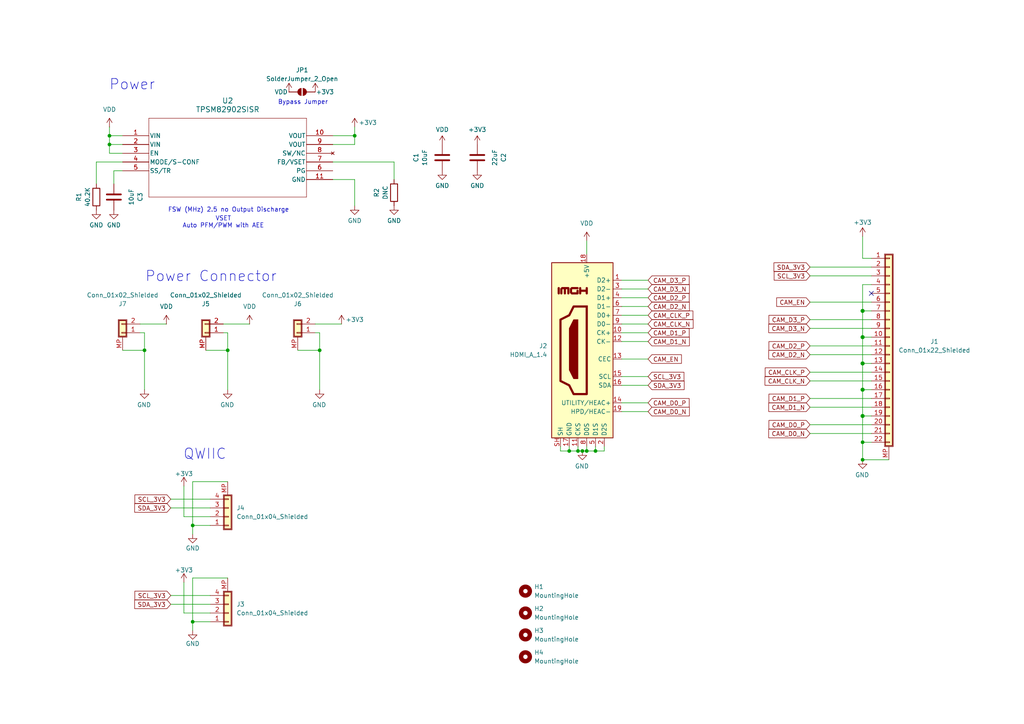
<source format=kicad_sch>
(kicad_sch
	(version 20231120)
	(generator "eeschema")
	(generator_version "8.0")
	(uuid "f8fca9e5-094e-499b-9b58-d12b0ebf47ed")
	(paper "A4")
	(title_block
		(title "CSI2 HDMI extender Transmitter")
		(date "2025-03-02")
		(rev "v1.0")
		(company "WillWhang")
	)
	(lib_symbols
		(symbol "Conn_01x02_Shielded_1"
			(pin_names
				(offset 1.016) hide)
			(exclude_from_sim no)
			(in_bom yes)
			(on_board yes)
			(property "Reference" "J5"
				(at 0 6.35 0)
				(effects
					(font
						(size 1.27 1.27)
					)
				)
			)
			(property "Value" "Conn_01x02_Shielded"
				(at 0 3.81 0)
				(effects
					(font
						(size 1.27 1.27)
					)
				)
			)
			(property "Footprint" "Connector_Molex:Molex_PicoBlade_53398-0271_1x02-1MP_P1.25mm_Vertical"
				(at 0 0 0)
				(effects
					(font
						(size 1.27 1.27)
					)
					(hide yes)
				)
			)
			(property "Datasheet" "~"
				(at 0 0 0)
				(effects
					(font
						(size 1.27 1.27)
					)
					(hide yes)
				)
			)
			(property "Description" ""
				(at 0 0 0)
				(effects
					(font
						(size 1.27 1.27)
					)
					(hide yes)
				)
			)
			(property "ki_keywords" "connector"
				(at 0 0 0)
				(effects
					(font
						(size 1.27 1.27)
					)
					(hide yes)
				)
			)
			(property "ki_fp_filters" "Connector*:*_1x??-1SH*"
				(at 0 0 0)
				(effects
					(font
						(size 1.27 1.27)
					)
					(hide yes)
				)
			)
			(symbol "Conn_01x02_Shielded_1_1_1"
				(rectangle
					(start -1.27 1.27)
					(end 1.27 -3.81)
					(stroke
						(width 0.1524)
						(type default)
					)
					(fill
						(type none)
					)
				)
				(rectangle
					(start -1.016 -2.413)
					(end 0.254 -2.667)
					(stroke
						(width 0.1524)
						(type default)
					)
					(fill
						(type none)
					)
				)
				(rectangle
					(start -1.016 0.127)
					(end 0.254 -0.127)
					(stroke
						(width 0.1524)
						(type default)
					)
					(fill
						(type none)
					)
				)
				(rectangle
					(start -1.016 1.016)
					(end 1.016 -3.556)
					(stroke
						(width 0.254)
						(type default)
					)
					(fill
						(type background)
					)
				)
				(pin passive line
					(at -5.08 0 0)
					(length 4.064)
					(name "Pin_1"
						(effects
							(font
								(size 1.27 1.27)
							)
						)
					)
					(number "1"
						(effects
							(font
								(size 1.27 1.27)
							)
						)
					)
				)
				(pin passive line
					(at -5.08 -2.54 0)
					(length 4.064)
					(name "Pin_2"
						(effects
							(font
								(size 1.27 1.27)
							)
						)
					)
					(number "2"
						(effects
							(font
								(size 1.27 1.27)
							)
						)
					)
				)
				(pin passive line
					(at 0 5.08 270)
					(length 3.81)
					(name "Shield"
						(effects
							(font
								(size 1.27 1.27)
							)
						)
					)
					(number "MP"
						(effects
							(font
								(size 1.27 1.27)
							)
						)
					)
				)
			)
		)
		(symbol "Connector:HDMI_A_1.4"
			(exclude_from_sim no)
			(in_bom yes)
			(on_board yes)
			(property "Reference" "J"
				(at -6.35 26.67 0)
				(effects
					(font
						(size 1.27 1.27)
					)
				)
			)
			(property "Value" "HDMI_A_1.4"
				(at 10.16 26.67 0)
				(effects
					(font
						(size 1.27 1.27)
					)
				)
			)
			(property "Footprint" ""
				(at 0.635 0 0)
				(effects
					(font
						(size 1.27 1.27)
					)
					(hide yes)
				)
			)
			(property "Datasheet" "https://en.wikipedia.org/wiki/HDMI"
				(at 0.635 0 0)
				(effects
					(font
						(size 1.27 1.27)
					)
					(hide yes)
				)
			)
			(property "Description" "HDMI 1.4+ type A connector"
				(at 0 0 0)
				(effects
					(font
						(size 1.27 1.27)
					)
					(hide yes)
				)
			)
			(property "ki_keywords" "hdmi conn"
				(at 0 0 0)
				(effects
					(font
						(size 1.27 1.27)
					)
					(hide yes)
				)
			)
			(property "ki_fp_filters" "HDMI*A*"
				(at 0 0 0)
				(effects
					(font
						(size 1.27 1.27)
					)
					(hide yes)
				)
			)
			(symbol "HDMI_A_1.4_0_0"
				(polyline
					(pts
						(xy 8.128 16.51) (xy 8.128 18.034)
					)
					(stroke
						(width 0.635)
						(type default)
					)
					(fill
						(type none)
					)
				)
				(polyline
					(pts
						(xy 0 16.51) (xy 0 18.034) (xy 0 17.272) (xy 1.905 17.272) (xy 1.905 18.034) (xy 1.905 16.51)
					)
					(stroke
						(width 0.635)
						(type default)
					)
					(fill
						(type none)
					)
				)
				(polyline
					(pts
						(xy 2.667 18.034) (xy 4.318 18.034) (xy 4.572 17.78) (xy 4.572 16.764) (xy 4.318 16.51) (xy 2.667 16.51)
						(xy 2.667 17.272)
					)
					(stroke
						(width 0.635)
						(type default)
					)
					(fill
						(type none)
					)
				)
			)
			(symbol "HDMI_A_1.4_0_1"
				(rectangle
					(start -7.62 25.4)
					(end 10.16 -25.4)
					(stroke
						(width 0.254)
						(type default)
					)
					(fill
						(type background)
					)
				)
				(polyline
					(pts
						(xy 2.54 8.89) (xy 3.81 8.89) (xy 5.08 6.35) (xy 5.08 -5.715) (xy 3.81 -8.255) (xy 2.54 -8.255)
						(xy 2.54 8.89)
					)
					(stroke
						(width 0)
						(type default)
					)
					(fill
						(type outline)
					)
				)
				(polyline
					(pts
						(xy 5.334 16.51) (xy 5.334 18.034) (xy 6.35 18.034) (xy 6.35 16.51) (xy 6.35 18.034) (xy 7.112 18.034)
						(xy 7.366 17.78) (xy 7.366 16.51)
					)
					(stroke
						(width 0.635)
						(type default)
					)
					(fill
						(type none)
					)
				)
				(polyline
					(pts
						(xy 0 12.7) (xy 0 -12.7) (xy 3.81 -12.7) (xy 5.08 -10.16) (xy 7.62 -8.89) (xy 7.62 8.89) (xy 5.08 10.16)
						(xy 3.81 12.7) (xy 0 12.7)
					)
					(stroke
						(width 0.635)
						(type default)
					)
					(fill
						(type none)
					)
				)
			)
			(symbol "HDMI_A_1.4_1_1"
				(pin passive line
					(at -10.16 20.32 0)
					(length 2.54)
					(name "D2+"
						(effects
							(font
								(size 1.27 1.27)
							)
						)
					)
					(number "1"
						(effects
							(font
								(size 1.27 1.27)
							)
						)
					)
				)
				(pin passive line
					(at -10.16 5.08 0)
					(length 2.54)
					(name "CK+"
						(effects
							(font
								(size 1.27 1.27)
							)
						)
					)
					(number "10"
						(effects
							(font
								(size 1.27 1.27)
							)
						)
					)
				)
				(pin power_in line
					(at 2.54 -27.94 90)
					(length 2.54)
					(name "CKS"
						(effects
							(font
								(size 1.27 1.27)
							)
						)
					)
					(number "11"
						(effects
							(font
								(size 1.27 1.27)
							)
						)
					)
				)
				(pin passive line
					(at -10.16 2.54 0)
					(length 2.54)
					(name "CK-"
						(effects
							(font
								(size 1.27 1.27)
							)
						)
					)
					(number "12"
						(effects
							(font
								(size 1.27 1.27)
							)
						)
					)
				)
				(pin bidirectional line
					(at -10.16 -2.54 0)
					(length 2.54)
					(name "CEC"
						(effects
							(font
								(size 1.27 1.27)
							)
						)
					)
					(number "13"
						(effects
							(font
								(size 1.27 1.27)
							)
						)
					)
				)
				(pin passive line
					(at -10.16 -15.24 0)
					(length 2.54)
					(name "UTILITY/HEAC+"
						(effects
							(font
								(size 1.27 1.27)
							)
						)
					)
					(number "14"
						(effects
							(font
								(size 1.27 1.27)
							)
						)
					)
				)
				(pin passive line
					(at -10.16 -7.62 0)
					(length 2.54)
					(name "SCL"
						(effects
							(font
								(size 1.27 1.27)
							)
						)
					)
					(number "15"
						(effects
							(font
								(size 1.27 1.27)
							)
						)
					)
				)
				(pin bidirectional line
					(at -10.16 -10.16 0)
					(length 2.54)
					(name "SDA"
						(effects
							(font
								(size 1.27 1.27)
							)
						)
					)
					(number "16"
						(effects
							(font
								(size 1.27 1.27)
							)
						)
					)
				)
				(pin power_in line
					(at 5.08 -27.94 90)
					(length 2.54)
					(name "GND"
						(effects
							(font
								(size 1.27 1.27)
							)
						)
					)
					(number "17"
						(effects
							(font
								(size 1.27 1.27)
							)
						)
					)
				)
				(pin power_in line
					(at 0 27.94 270)
					(length 2.54)
					(name "+5V"
						(effects
							(font
								(size 1.27 1.27)
							)
						)
					)
					(number "18"
						(effects
							(font
								(size 1.27 1.27)
							)
						)
					)
				)
				(pin passive line
					(at -10.16 -17.78 0)
					(length 2.54)
					(name "HPD/HEAC-"
						(effects
							(font
								(size 1.27 1.27)
							)
						)
					)
					(number "19"
						(effects
							(font
								(size 1.27 1.27)
							)
						)
					)
				)
				(pin power_in line
					(at -5.08 -27.94 90)
					(length 2.54)
					(name "D2S"
						(effects
							(font
								(size 1.27 1.27)
							)
						)
					)
					(number "2"
						(effects
							(font
								(size 1.27 1.27)
							)
						)
					)
				)
				(pin passive line
					(at -10.16 17.78 0)
					(length 2.54)
					(name "D2-"
						(effects
							(font
								(size 1.27 1.27)
							)
						)
					)
					(number "3"
						(effects
							(font
								(size 1.27 1.27)
							)
						)
					)
				)
				(pin passive line
					(at -10.16 15.24 0)
					(length 2.54)
					(name "D1+"
						(effects
							(font
								(size 1.27 1.27)
							)
						)
					)
					(number "4"
						(effects
							(font
								(size 1.27 1.27)
							)
						)
					)
				)
				(pin power_in line
					(at -2.54 -27.94 90)
					(length 2.54)
					(name "D1S"
						(effects
							(font
								(size 1.27 1.27)
							)
						)
					)
					(number "5"
						(effects
							(font
								(size 1.27 1.27)
							)
						)
					)
				)
				(pin passive line
					(at -10.16 12.7 0)
					(length 2.54)
					(name "D1-"
						(effects
							(font
								(size 1.27 1.27)
							)
						)
					)
					(number "6"
						(effects
							(font
								(size 1.27 1.27)
							)
						)
					)
				)
				(pin passive line
					(at -10.16 10.16 0)
					(length 2.54)
					(name "D0+"
						(effects
							(font
								(size 1.27 1.27)
							)
						)
					)
					(number "7"
						(effects
							(font
								(size 1.27 1.27)
							)
						)
					)
				)
				(pin power_in line
					(at 0 -27.94 90)
					(length 2.54)
					(name "D0S"
						(effects
							(font
								(size 1.27 1.27)
							)
						)
					)
					(number "8"
						(effects
							(font
								(size 1.27 1.27)
							)
						)
					)
				)
				(pin passive line
					(at -10.16 7.62 0)
					(length 2.54)
					(name "D0-"
						(effects
							(font
								(size 1.27 1.27)
							)
						)
					)
					(number "9"
						(effects
							(font
								(size 1.27 1.27)
							)
						)
					)
				)
				(pin passive line
					(at 7.62 -27.94 90)
					(length 2.54)
					(name "SH"
						(effects
							(font
								(size 1.27 1.27)
							)
						)
					)
					(number "SH"
						(effects
							(font
								(size 1.27 1.27)
							)
						)
					)
				)
			)
		)
		(symbol "Connector_Generic_Shielded:Conn_01x02_Shielded"
			(pin_names
				(offset 1.016) hide)
			(exclude_from_sim no)
			(in_bom yes)
			(on_board yes)
			(property "Reference" "J6"
				(at 0 6.35 0)
				(effects
					(font
						(size 1.27 1.27)
					)
				)
			)
			(property "Value" "Conn_01x02_Shielded"
				(at 0 3.81 0)
				(effects
					(font
						(size 1.27 1.27)
					)
				)
			)
			(property "Footprint" "Connector_Molex:Molex_PicoBlade_53398-0271_1x02-1MP_P1.25mm_Vertical"
				(at 0 0 0)
				(effects
					(font
						(size 1.27 1.27)
					)
					(hide yes)
				)
			)
			(property "Datasheet" "~"
				(at 0 0 0)
				(effects
					(font
						(size 1.27 1.27)
					)
					(hide yes)
				)
			)
			(property "Description" ""
				(at 0 0 0)
				(effects
					(font
						(size 1.27 1.27)
					)
					(hide yes)
				)
			)
			(property "ki_keywords" "connector"
				(at 0 0 0)
				(effects
					(font
						(size 1.27 1.27)
					)
					(hide yes)
				)
			)
			(property "ki_fp_filters" "Connector*:*_1x??-1SH*"
				(at 0 0 0)
				(effects
					(font
						(size 1.27 1.27)
					)
					(hide yes)
				)
			)
			(symbol "Conn_01x02_Shielded_1_1"
				(rectangle
					(start -1.27 1.27)
					(end 1.27 -3.81)
					(stroke
						(width 0.1524)
						(type default)
					)
					(fill
						(type none)
					)
				)
				(rectangle
					(start -1.016 -2.413)
					(end 0.254 -2.667)
					(stroke
						(width 0.1524)
						(type default)
					)
					(fill
						(type none)
					)
				)
				(rectangle
					(start -1.016 0.127)
					(end 0.254 -0.127)
					(stroke
						(width 0.1524)
						(type default)
					)
					(fill
						(type none)
					)
				)
				(rectangle
					(start -1.016 1.016)
					(end 1.016 -3.556)
					(stroke
						(width 0.254)
						(type default)
					)
					(fill
						(type background)
					)
				)
				(pin passive line
					(at -5.08 0 0)
					(length 4.064)
					(name "Pin_1"
						(effects
							(font
								(size 1.27 1.27)
							)
						)
					)
					(number "1"
						(effects
							(font
								(size 1.27 1.27)
							)
						)
					)
				)
				(pin passive line
					(at -5.08 -2.54 0)
					(length 4.064)
					(name "Pin_2"
						(effects
							(font
								(size 1.27 1.27)
							)
						)
					)
					(number "2"
						(effects
							(font
								(size 1.27 1.27)
							)
						)
					)
				)
				(pin passive line
					(at 0 5.08 270)
					(length 3.81)
					(name "Shield"
						(effects
							(font
								(size 1.27 1.27)
							)
						)
					)
					(number "MP"
						(effects
							(font
								(size 1.27 1.27)
							)
						)
					)
				)
			)
		)
		(symbol "Connector_Generic_Shielded:Conn_01x04_Shielded"
			(pin_names
				(offset 1.016) hide)
			(exclude_from_sim no)
			(in_bom yes)
			(on_board yes)
			(property "Reference" "J?"
				(at 2.54 0.0001 0)
				(effects
					(font
						(size 1.27 1.27)
					)
					(justify left)
				)
			)
			(property "Value" "Conn_01x04_Shielded"
				(at 2.54 -2.5399 0)
				(effects
					(font
						(size 1.27 1.27)
					)
					(justify left)
				)
			)
			(property "Footprint" ""
				(at 0 0 0)
				(effects
					(font
						(size 1.27 1.27)
					)
					(hide yes)
				)
			)
			(property "Datasheet" "~"
				(at 0 0 0)
				(effects
					(font
						(size 1.27 1.27)
					)
					(hide yes)
				)
			)
			(property "Description" "Generic shielded connector, single row, 01x04, script generated (kicad-library-utils/schlib/autogen/connector/)"
				(at 0 0 0)
				(effects
					(font
						(size 1.27 1.27)
					)
					(hide yes)
				)
			)
			(property "ki_keywords" "connector"
				(at 0 0 0)
				(effects
					(font
						(size 1.27 1.27)
					)
					(hide yes)
				)
			)
			(property "ki_fp_filters" "Connector*:*_1x??-1SH*"
				(at 0 0 0)
				(effects
					(font
						(size 1.27 1.27)
					)
					(hide yes)
				)
			)
			(symbol "Conn_01x04_Shielded_1_1"
				(rectangle
					(start -1.27 3.81)
					(end 1.27 -6.35)
					(stroke
						(width 0.1524)
						(type default)
					)
					(fill
						(type none)
					)
				)
				(rectangle
					(start -1.016 -4.953)
					(end 0.254 -5.207)
					(stroke
						(width 0.1524)
						(type default)
					)
					(fill
						(type none)
					)
				)
				(rectangle
					(start -1.016 -2.413)
					(end 0.254 -2.667)
					(stroke
						(width 0.1524)
						(type default)
					)
					(fill
						(type none)
					)
				)
				(rectangle
					(start -1.016 0.127)
					(end 0.254 -0.127)
					(stroke
						(width 0.1524)
						(type default)
					)
					(fill
						(type none)
					)
				)
				(rectangle
					(start -1.016 2.667)
					(end 0.254 2.413)
					(stroke
						(width 0.1524)
						(type default)
					)
					(fill
						(type none)
					)
				)
				(rectangle
					(start -1.016 3.556)
					(end 1.016 -6.096)
					(stroke
						(width 0.254)
						(type default)
					)
					(fill
						(type background)
					)
				)
				(pin passive line
					(at -5.08 2.54 0)
					(length 4.064)
					(name "Pin_1"
						(effects
							(font
								(size 1.27 1.27)
							)
						)
					)
					(number "1"
						(effects
							(font
								(size 1.27 1.27)
							)
						)
					)
				)
				(pin passive line
					(at -5.08 0 0)
					(length 4.064)
					(name "Pin_2"
						(effects
							(font
								(size 1.27 1.27)
							)
						)
					)
					(number "2"
						(effects
							(font
								(size 1.27 1.27)
							)
						)
					)
				)
				(pin passive line
					(at -5.08 -2.54 0)
					(length 4.064)
					(name "Pin_3"
						(effects
							(font
								(size 1.27 1.27)
							)
						)
					)
					(number "3"
						(effects
							(font
								(size 1.27 1.27)
							)
						)
					)
				)
				(pin passive line
					(at -5.08 -5.08 0)
					(length 4.064)
					(name "Pin_4"
						(effects
							(font
								(size 1.27 1.27)
							)
						)
					)
					(number "4"
						(effects
							(font
								(size 1.27 1.27)
							)
						)
					)
				)
				(pin passive line
					(at 0 -10.16 90)
					(length 3.81)
					(name "Shield"
						(effects
							(font
								(size 1.27 1.27)
							)
						)
					)
					(number "MP"
						(effects
							(font
								(size 1.27 1.27)
							)
						)
					)
				)
			)
		)
		(symbol "Connector_Generic_Shielded:Conn_01x22_Shielded"
			(pin_names
				(offset 1.016) hide)
			(exclude_from_sim no)
			(in_bom yes)
			(on_board yes)
			(property "Reference" "J1"
				(at 0 31.75 0)
				(effects
					(font
						(size 1.27 1.27)
					)
				)
			)
			(property "Value" "Conn_01x22_Shielded"
				(at 0 29.21 0)
				(effects
					(font
						(size 1.27 1.27)
					)
				)
			)
			(property "Footprint" "Connector_FFC-FPC:Hirose_FH12-22S-0.5SH_1x22-1MP_P0.50mm_Horizontal"
				(at 0 0 0)
				(effects
					(font
						(size 1.27 1.27)
					)
					(hide yes)
				)
			)
			(property "Datasheet" "~"
				(at 0 0 0)
				(effects
					(font
						(size 1.27 1.27)
					)
					(hide yes)
				)
			)
			(property "Description" "Generic shielded connector, single row, 01x22, script generated (kicad-library-utils/schlib/autogen/connector/)"
				(at 0 0 0)
				(effects
					(font
						(size 1.27 1.27)
					)
					(hide yes)
				)
			)
			(property "ki_keywords" "connector"
				(at 0 0 0)
				(effects
					(font
						(size 1.27 1.27)
					)
					(hide yes)
				)
			)
			(property "ki_fp_filters" "Connector*:*_1x??-1SH*"
				(at 0 0 0)
				(effects
					(font
						(size 1.27 1.27)
					)
					(hide yes)
				)
			)
			(symbol "Conn_01x22_Shielded_1_1"
				(rectangle
					(start -1.27 26.67)
					(end 1.27 -29.21)
					(stroke
						(width 0.1524)
						(type default)
					)
					(fill
						(type none)
					)
				)
				(rectangle
					(start -1.016 -27.813)
					(end 0.254 -28.067)
					(stroke
						(width 0.1524)
						(type default)
					)
					(fill
						(type none)
					)
				)
				(rectangle
					(start -1.016 -25.273)
					(end 0.254 -25.527)
					(stroke
						(width 0.1524)
						(type default)
					)
					(fill
						(type none)
					)
				)
				(rectangle
					(start -1.016 -22.733)
					(end 0.254 -22.987)
					(stroke
						(width 0.1524)
						(type default)
					)
					(fill
						(type none)
					)
				)
				(rectangle
					(start -1.016 -20.193)
					(end 0.254 -20.447)
					(stroke
						(width 0.1524)
						(type default)
					)
					(fill
						(type none)
					)
				)
				(rectangle
					(start -1.016 -17.653)
					(end 0.254 -17.907)
					(stroke
						(width 0.1524)
						(type default)
					)
					(fill
						(type none)
					)
				)
				(rectangle
					(start -1.016 -15.113)
					(end 0.254 -15.367)
					(stroke
						(width 0.1524)
						(type default)
					)
					(fill
						(type none)
					)
				)
				(rectangle
					(start -1.016 -12.573)
					(end 0.254 -12.827)
					(stroke
						(width 0.1524)
						(type default)
					)
					(fill
						(type none)
					)
				)
				(rectangle
					(start -1.016 -10.033)
					(end 0.254 -10.287)
					(stroke
						(width 0.1524)
						(type default)
					)
					(fill
						(type none)
					)
				)
				(rectangle
					(start -1.016 -7.493)
					(end 0.254 -7.747)
					(stroke
						(width 0.1524)
						(type default)
					)
					(fill
						(type none)
					)
				)
				(rectangle
					(start -1.016 -4.953)
					(end 0.254 -5.207)
					(stroke
						(width 0.1524)
						(type default)
					)
					(fill
						(type none)
					)
				)
				(rectangle
					(start -1.016 -2.413)
					(end 0.254 -2.667)
					(stroke
						(width 0.1524)
						(type default)
					)
					(fill
						(type none)
					)
				)
				(rectangle
					(start -1.016 0.127)
					(end 0.254 -0.127)
					(stroke
						(width 0.1524)
						(type default)
					)
					(fill
						(type none)
					)
				)
				(rectangle
					(start -1.016 2.667)
					(end 0.254 2.413)
					(stroke
						(width 0.1524)
						(type default)
					)
					(fill
						(type none)
					)
				)
				(rectangle
					(start -1.016 5.207)
					(end 0.254 4.953)
					(stroke
						(width 0.1524)
						(type default)
					)
					(fill
						(type none)
					)
				)
				(rectangle
					(start -1.016 7.747)
					(end 0.254 7.493)
					(stroke
						(width 0.1524)
						(type default)
					)
					(fill
						(type none)
					)
				)
				(rectangle
					(start -1.016 10.287)
					(end 0.254 10.033)
					(stroke
						(width 0.1524)
						(type default)
					)
					(fill
						(type none)
					)
				)
				(rectangle
					(start -1.016 12.827)
					(end 0.254 12.573)
					(stroke
						(width 0.1524)
						(type default)
					)
					(fill
						(type none)
					)
				)
				(rectangle
					(start -1.016 15.367)
					(end 0.254 15.113)
					(stroke
						(width 0.1524)
						(type default)
					)
					(fill
						(type none)
					)
				)
				(rectangle
					(start -1.016 17.907)
					(end 0.254 17.653)
					(stroke
						(width 0.1524)
						(type default)
					)
					(fill
						(type none)
					)
				)
				(rectangle
					(start -1.016 20.447)
					(end 0.254 20.193)
					(stroke
						(width 0.1524)
						(type default)
					)
					(fill
						(type none)
					)
				)
				(rectangle
					(start -1.016 22.987)
					(end 0.254 22.733)
					(stroke
						(width 0.1524)
						(type default)
					)
					(fill
						(type none)
					)
				)
				(rectangle
					(start -1.016 25.527)
					(end 0.254 25.273)
					(stroke
						(width 0.1524)
						(type default)
					)
					(fill
						(type none)
					)
				)
				(rectangle
					(start -1.016 26.416)
					(end 1.016 -28.956)
					(stroke
						(width 0.254)
						(type default)
					)
					(fill
						(type background)
					)
				)
				(pin passive line
					(at -5.08 25.4 0)
					(length 4.064)
					(name "Pin_1"
						(effects
							(font
								(size 1.27 1.27)
							)
						)
					)
					(number "1"
						(effects
							(font
								(size 1.27 1.27)
							)
						)
					)
				)
				(pin passive line
					(at -5.08 2.54 0)
					(length 4.064)
					(name "Pin_10"
						(effects
							(font
								(size 1.27 1.27)
							)
						)
					)
					(number "10"
						(effects
							(font
								(size 1.27 1.27)
							)
						)
					)
				)
				(pin passive line
					(at -5.08 0 0)
					(length 4.064)
					(name "Pin_11"
						(effects
							(font
								(size 1.27 1.27)
							)
						)
					)
					(number "11"
						(effects
							(font
								(size 1.27 1.27)
							)
						)
					)
				)
				(pin passive line
					(at -5.08 -2.54 0)
					(length 4.064)
					(name "Pin_12"
						(effects
							(font
								(size 1.27 1.27)
							)
						)
					)
					(number "12"
						(effects
							(font
								(size 1.27 1.27)
							)
						)
					)
				)
				(pin passive line
					(at -5.08 -5.08 0)
					(length 4.064)
					(name "Pin_13"
						(effects
							(font
								(size 1.27 1.27)
							)
						)
					)
					(number "13"
						(effects
							(font
								(size 1.27 1.27)
							)
						)
					)
				)
				(pin passive line
					(at -5.08 -7.62 0)
					(length 4.064)
					(name "Pin_14"
						(effects
							(font
								(size 1.27 1.27)
							)
						)
					)
					(number "14"
						(effects
							(font
								(size 1.27 1.27)
							)
						)
					)
				)
				(pin passive line
					(at -5.08 -10.16 0)
					(length 4.064)
					(name "Pin_15"
						(effects
							(font
								(size 1.27 1.27)
							)
						)
					)
					(number "15"
						(effects
							(font
								(size 1.27 1.27)
							)
						)
					)
				)
				(pin passive line
					(at -5.08 -12.7 0)
					(length 4.064)
					(name "Pin_16"
						(effects
							(font
								(size 1.27 1.27)
							)
						)
					)
					(number "16"
						(effects
							(font
								(size 1.27 1.27)
							)
						)
					)
				)
				(pin passive line
					(at -5.08 -15.24 0)
					(length 4.064)
					(name "Pin_17"
						(effects
							(font
								(size 1.27 1.27)
							)
						)
					)
					(number "17"
						(effects
							(font
								(size 1.27 1.27)
							)
						)
					)
				)
				(pin passive line
					(at -5.08 -17.78 0)
					(length 4.064)
					(name "Pin_18"
						(effects
							(font
								(size 1.27 1.27)
							)
						)
					)
					(number "18"
						(effects
							(font
								(size 1.27 1.27)
							)
						)
					)
				)
				(pin passive line
					(at -5.08 -20.32 0)
					(length 4.064)
					(name "Pin_19"
						(effects
							(font
								(size 1.27 1.27)
							)
						)
					)
					(number "19"
						(effects
							(font
								(size 1.27 1.27)
							)
						)
					)
				)
				(pin passive line
					(at -5.08 22.86 0)
					(length 4.064)
					(name "Pin_2"
						(effects
							(font
								(size 1.27 1.27)
							)
						)
					)
					(number "2"
						(effects
							(font
								(size 1.27 1.27)
							)
						)
					)
				)
				(pin passive line
					(at -5.08 -22.86 0)
					(length 4.064)
					(name "Pin_20"
						(effects
							(font
								(size 1.27 1.27)
							)
						)
					)
					(number "20"
						(effects
							(font
								(size 1.27 1.27)
							)
						)
					)
				)
				(pin passive line
					(at -5.08 -25.4 0)
					(length 4.064)
					(name "Pin_21"
						(effects
							(font
								(size 1.27 1.27)
							)
						)
					)
					(number "21"
						(effects
							(font
								(size 1.27 1.27)
							)
						)
					)
				)
				(pin passive line
					(at -5.08 -27.94 0)
					(length 4.064)
					(name "Pin_22"
						(effects
							(font
								(size 1.27 1.27)
							)
						)
					)
					(number "22"
						(effects
							(font
								(size 1.27 1.27)
							)
						)
					)
				)
				(pin passive line
					(at -5.08 20.32 0)
					(length 4.064)
					(name "Pin_3"
						(effects
							(font
								(size 1.27 1.27)
							)
						)
					)
					(number "3"
						(effects
							(font
								(size 1.27 1.27)
							)
						)
					)
				)
				(pin passive line
					(at -5.08 17.78 0)
					(length 4.064)
					(name "Pin_4"
						(effects
							(font
								(size 1.27 1.27)
							)
						)
					)
					(number "4"
						(effects
							(font
								(size 1.27 1.27)
							)
						)
					)
				)
				(pin passive line
					(at -5.08 15.24 0)
					(length 4.064)
					(name "Pin_5"
						(effects
							(font
								(size 1.27 1.27)
							)
						)
					)
					(number "5"
						(effects
							(font
								(size 1.27 1.27)
							)
						)
					)
				)
				(pin passive line
					(at -5.08 12.7 0)
					(length 4.064)
					(name "Pin_6"
						(effects
							(font
								(size 1.27 1.27)
							)
						)
					)
					(number "6"
						(effects
							(font
								(size 1.27 1.27)
							)
						)
					)
				)
				(pin passive line
					(at -5.08 10.16 0)
					(length 4.064)
					(name "Pin_7"
						(effects
							(font
								(size 1.27 1.27)
							)
						)
					)
					(number "7"
						(effects
							(font
								(size 1.27 1.27)
							)
						)
					)
				)
				(pin passive line
					(at -5.08 7.62 0)
					(length 4.064)
					(name "Pin_8"
						(effects
							(font
								(size 1.27 1.27)
							)
						)
					)
					(number "8"
						(effects
							(font
								(size 1.27 1.27)
							)
						)
					)
				)
				(pin passive line
					(at -5.08 5.08 0)
					(length 4.064)
					(name "Pin_9"
						(effects
							(font
								(size 1.27 1.27)
							)
						)
					)
					(number "9"
						(effects
							(font
								(size 1.27 1.27)
							)
						)
					)
				)
				(pin passive line
					(at 0 -33.02 90)
					(length 3.81)
					(name "Shield"
						(effects
							(font
								(size 1.27 1.27)
							)
						)
					)
					(number "MP"
						(effects
							(font
								(size 1.27 1.27)
							)
						)
					)
				)
			)
		)
		(symbol "Device:C"
			(pin_numbers hide)
			(pin_names
				(offset 0.254)
			)
			(exclude_from_sim no)
			(in_bom yes)
			(on_board yes)
			(property "Reference" "C"
				(at 0.635 2.54 0)
				(effects
					(font
						(size 1.27 1.27)
					)
					(justify left)
				)
			)
			(property "Value" "C"
				(at 0.635 -2.54 0)
				(effects
					(font
						(size 1.27 1.27)
					)
					(justify left)
				)
			)
			(property "Footprint" ""
				(at 0.9652 -3.81 0)
				(effects
					(font
						(size 1.27 1.27)
					)
					(hide yes)
				)
			)
			(property "Datasheet" "~"
				(at 0 0 0)
				(effects
					(font
						(size 1.27 1.27)
					)
					(hide yes)
				)
			)
			(property "Description" "Unpolarized capacitor"
				(at 0 0 0)
				(effects
					(font
						(size 1.27 1.27)
					)
					(hide yes)
				)
			)
			(property "ki_keywords" "cap capacitor"
				(at 0 0 0)
				(effects
					(font
						(size 1.27 1.27)
					)
					(hide yes)
				)
			)
			(property "ki_fp_filters" "C_*"
				(at 0 0 0)
				(effects
					(font
						(size 1.27 1.27)
					)
					(hide yes)
				)
			)
			(symbol "C_0_1"
				(polyline
					(pts
						(xy -2.032 -0.762) (xy 2.032 -0.762)
					)
					(stroke
						(width 0.508)
						(type default)
					)
					(fill
						(type none)
					)
				)
				(polyline
					(pts
						(xy -2.032 0.762) (xy 2.032 0.762)
					)
					(stroke
						(width 0.508)
						(type default)
					)
					(fill
						(type none)
					)
				)
			)
			(symbol "C_1_1"
				(pin passive line
					(at 0 3.81 270)
					(length 2.794)
					(name "~"
						(effects
							(font
								(size 1.27 1.27)
							)
						)
					)
					(number "1"
						(effects
							(font
								(size 1.27 1.27)
							)
						)
					)
				)
				(pin passive line
					(at 0 -3.81 90)
					(length 2.794)
					(name "~"
						(effects
							(font
								(size 1.27 1.27)
							)
						)
					)
					(number "2"
						(effects
							(font
								(size 1.27 1.27)
							)
						)
					)
				)
			)
		)
		(symbol "Device:R"
			(pin_numbers hide)
			(pin_names
				(offset 0)
			)
			(exclude_from_sim no)
			(in_bom yes)
			(on_board yes)
			(property "Reference" "R"
				(at 2.032 0 90)
				(effects
					(font
						(size 1.27 1.27)
					)
				)
			)
			(property "Value" "R"
				(at 0 0 90)
				(effects
					(font
						(size 1.27 1.27)
					)
				)
			)
			(property "Footprint" ""
				(at -1.778 0 90)
				(effects
					(font
						(size 1.27 1.27)
					)
					(hide yes)
				)
			)
			(property "Datasheet" "~"
				(at 0 0 0)
				(effects
					(font
						(size 1.27 1.27)
					)
					(hide yes)
				)
			)
			(property "Description" "Resistor"
				(at 0 0 0)
				(effects
					(font
						(size 1.27 1.27)
					)
					(hide yes)
				)
			)
			(property "ki_keywords" "R res resistor"
				(at 0 0 0)
				(effects
					(font
						(size 1.27 1.27)
					)
					(hide yes)
				)
			)
			(property "ki_fp_filters" "R_*"
				(at 0 0 0)
				(effects
					(font
						(size 1.27 1.27)
					)
					(hide yes)
				)
			)
			(symbol "R_0_1"
				(rectangle
					(start -1.016 -2.54)
					(end 1.016 2.54)
					(stroke
						(width 0.254)
						(type default)
					)
					(fill
						(type none)
					)
				)
			)
			(symbol "R_1_1"
				(pin passive line
					(at 0 3.81 270)
					(length 1.27)
					(name "~"
						(effects
							(font
								(size 1.27 1.27)
							)
						)
					)
					(number "1"
						(effects
							(font
								(size 1.27 1.27)
							)
						)
					)
				)
				(pin passive line
					(at 0 -3.81 90)
					(length 1.27)
					(name "~"
						(effects
							(font
								(size 1.27 1.27)
							)
						)
					)
					(number "2"
						(effects
							(font
								(size 1.27 1.27)
							)
						)
					)
				)
			)
		)
		(symbol "Jumper:SolderJumper_2_Open"
			(pin_numbers hide)
			(pin_names
				(offset 0) hide)
			(exclude_from_sim yes)
			(in_bom no)
			(on_board yes)
			(property "Reference" "JP"
				(at 0 2.032 0)
				(effects
					(font
						(size 1.27 1.27)
					)
				)
			)
			(property "Value" "SolderJumper_2_Open"
				(at 0 -2.54 0)
				(effects
					(font
						(size 1.27 1.27)
					)
				)
			)
			(property "Footprint" ""
				(at 0 0 0)
				(effects
					(font
						(size 1.27 1.27)
					)
					(hide yes)
				)
			)
			(property "Datasheet" "~"
				(at 0 0 0)
				(effects
					(font
						(size 1.27 1.27)
					)
					(hide yes)
				)
			)
			(property "Description" "Solder Jumper, 2-pole, open"
				(at 0 0 0)
				(effects
					(font
						(size 1.27 1.27)
					)
					(hide yes)
				)
			)
			(property "ki_keywords" "solder jumper SPST"
				(at 0 0 0)
				(effects
					(font
						(size 1.27 1.27)
					)
					(hide yes)
				)
			)
			(property "ki_fp_filters" "SolderJumper*Open*"
				(at 0 0 0)
				(effects
					(font
						(size 1.27 1.27)
					)
					(hide yes)
				)
			)
			(symbol "SolderJumper_2_Open_0_1"
				(arc
					(start -0.254 1.016)
					(mid -1.2656 0)
					(end -0.254 -1.016)
					(stroke
						(width 0)
						(type default)
					)
					(fill
						(type none)
					)
				)
				(arc
					(start -0.254 1.016)
					(mid -1.2656 0)
					(end -0.254 -1.016)
					(stroke
						(width 0)
						(type default)
					)
					(fill
						(type outline)
					)
				)
				(polyline
					(pts
						(xy -0.254 1.016) (xy -0.254 -1.016)
					)
					(stroke
						(width 0)
						(type default)
					)
					(fill
						(type none)
					)
				)
				(polyline
					(pts
						(xy 0.254 1.016) (xy 0.254 -1.016)
					)
					(stroke
						(width 0)
						(type default)
					)
					(fill
						(type none)
					)
				)
				(arc
					(start 0.254 -1.016)
					(mid 1.2656 0)
					(end 0.254 1.016)
					(stroke
						(width 0)
						(type default)
					)
					(fill
						(type none)
					)
				)
				(arc
					(start 0.254 -1.016)
					(mid 1.2656 0)
					(end 0.254 1.016)
					(stroke
						(width 0)
						(type default)
					)
					(fill
						(type outline)
					)
				)
			)
			(symbol "SolderJumper_2_Open_1_1"
				(pin passive line
					(at -3.81 0 0)
					(length 2.54)
					(name "A"
						(effects
							(font
								(size 1.27 1.27)
							)
						)
					)
					(number "1"
						(effects
							(font
								(size 1.27 1.27)
							)
						)
					)
				)
				(pin passive line
					(at 3.81 0 180)
					(length 2.54)
					(name "B"
						(effects
							(font
								(size 1.27 1.27)
							)
						)
					)
					(number "2"
						(effects
							(font
								(size 1.27 1.27)
							)
						)
					)
				)
			)
		)
		(symbol "Mechanical:MountingHole"
			(pin_names
				(offset 1.016)
			)
			(exclude_from_sim no)
			(in_bom yes)
			(on_board yes)
			(property "Reference" "H"
				(at 0 5.08 0)
				(effects
					(font
						(size 1.27 1.27)
					)
				)
			)
			(property "Value" "MountingHole"
				(at 0 3.175 0)
				(effects
					(font
						(size 1.27 1.27)
					)
				)
			)
			(property "Footprint" ""
				(at 0 0 0)
				(effects
					(font
						(size 1.27 1.27)
					)
					(hide yes)
				)
			)
			(property "Datasheet" "~"
				(at 0 0 0)
				(effects
					(font
						(size 1.27 1.27)
					)
					(hide yes)
				)
			)
			(property "Description" "Mounting Hole without connection"
				(at 0 0 0)
				(effects
					(font
						(size 1.27 1.27)
					)
					(hide yes)
				)
			)
			(property "ki_keywords" "mounting hole"
				(at 0 0 0)
				(effects
					(font
						(size 1.27 1.27)
					)
					(hide yes)
				)
			)
			(property "ki_fp_filters" "MountingHole*"
				(at 0 0 0)
				(effects
					(font
						(size 1.27 1.27)
					)
					(hide yes)
				)
			)
			(symbol "MountingHole_0_1"
				(circle
					(center 0 0)
					(radius 1.27)
					(stroke
						(width 1.27)
						(type default)
					)
					(fill
						(type none)
					)
				)
			)
		)
		(symbol "TPSM82902SISR:TPSM82902SISR"
			(pin_names
				(offset 0.254)
			)
			(exclude_from_sim no)
			(in_bom yes)
			(on_board yes)
			(property "Reference" "U2"
				(at 30.48 10.16 0)
				(effects
					(font
						(size 1.524 1.524)
					)
				)
			)
			(property "Value" "TPSM82902SISR"
				(at 30.48 7.62 0)
				(effects
					(font
						(size 1.524 1.524)
					)
				)
			)
			(property "Footprint" "footprints:uSIP11_SIS_TEX"
				(at 0 0 0)
				(effects
					(font
						(size 1.27 1.27)
						(italic yes)
					)
					(hide yes)
				)
			)
			(property "Datasheet" "TPSM82902SISR"
				(at 0 0 0)
				(effects
					(font
						(size 1.27 1.27)
						(italic yes)
					)
					(hide yes)
				)
			)
			(property "Description" ""
				(at 0 0 0)
				(effects
					(font
						(size 1.27 1.27)
					)
					(hide yes)
				)
			)
			(property "ki_locked" ""
				(at 0 0 0)
				(effects
					(font
						(size 1.27 1.27)
					)
				)
			)
			(property "ki_keywords" "TPSM82902SISR"
				(at 0 0 0)
				(effects
					(font
						(size 1.27 1.27)
					)
					(hide yes)
				)
			)
			(property "ki_fp_filters" "uSIP11_SIS_TEX uSIP11_SIS_TEX-M uSIP11_SIS_TEX-L"
				(at 0 0 0)
				(effects
					(font
						(size 1.27 1.27)
					)
					(hide yes)
				)
			)
			(symbol "TPSM82902SISR_1_1"
				(polyline
					(pts
						(xy 7.62 -17.78) (xy 53.34 -17.78)
					)
					(stroke
						(width 0.127)
						(type default)
					)
					(fill
						(type none)
					)
				)
				(polyline
					(pts
						(xy 7.62 5.08) (xy 7.62 -17.78)
					)
					(stroke
						(width 0.127)
						(type default)
					)
					(fill
						(type none)
					)
				)
				(polyline
					(pts
						(xy 53.34 -17.78) (xy 53.34 5.08)
					)
					(stroke
						(width 0.127)
						(type default)
					)
					(fill
						(type none)
					)
				)
				(polyline
					(pts
						(xy 53.34 5.08) (xy 7.62 5.08)
					)
					(stroke
						(width 0.127)
						(type default)
					)
					(fill
						(type none)
					)
				)
				(pin power_in line
					(at 0 0 0)
					(length 7.62)
					(name "VIN"
						(effects
							(font
								(size 1.27 1.27)
							)
						)
					)
					(number "1"
						(effects
							(font
								(size 1.27 1.27)
							)
						)
					)
				)
				(pin output line
					(at 60.96 0 180)
					(length 7.62)
					(name "VOUT"
						(effects
							(font
								(size 1.27 1.27)
							)
						)
					)
					(number "10"
						(effects
							(font
								(size 1.27 1.27)
							)
						)
					)
				)
				(pin power_out line
					(at 60.96 -12.7 180)
					(length 7.62)
					(name "GND"
						(effects
							(font
								(size 1.27 1.27)
							)
						)
					)
					(number "11"
						(effects
							(font
								(size 1.27 1.27)
							)
						)
					)
				)
				(pin power_in line
					(at 0 -2.54 0)
					(length 7.62)
					(name "VIN"
						(effects
							(font
								(size 1.27 1.27)
							)
						)
					)
					(number "2"
						(effects
							(font
								(size 1.27 1.27)
							)
						)
					)
				)
				(pin input line
					(at 0 -5.08 0)
					(length 7.62)
					(name "EN"
						(effects
							(font
								(size 1.27 1.27)
							)
						)
					)
					(number "3"
						(effects
							(font
								(size 1.27 1.27)
							)
						)
					)
				)
				(pin input line
					(at 0 -7.62 0)
					(length 7.62)
					(name "MODE/S-CONF"
						(effects
							(font
								(size 1.27 1.27)
							)
						)
					)
					(number "4"
						(effects
							(font
								(size 1.27 1.27)
							)
						)
					)
				)
				(pin input line
					(at 0 -10.16 0)
					(length 7.62)
					(name "SS/TR"
						(effects
							(font
								(size 1.27 1.27)
							)
						)
					)
					(number "5"
						(effects
							(font
								(size 1.27 1.27)
							)
						)
					)
				)
				(pin output line
					(at 60.96 -10.16 180)
					(length 7.62)
					(name "PG"
						(effects
							(font
								(size 1.27 1.27)
							)
						)
					)
					(number "6"
						(effects
							(font
								(size 1.27 1.27)
							)
						)
					)
				)
				(pin input line
					(at 60.96 -7.62 180)
					(length 7.62)
					(name "FB/VSET"
						(effects
							(font
								(size 1.27 1.27)
							)
						)
					)
					(number "7"
						(effects
							(font
								(size 1.27 1.27)
							)
						)
					)
				)
				(pin no_connect line
					(at 60.96 -5.08 180)
					(length 7.62)
					(name "SW/NC"
						(effects
							(font
								(size 1.27 1.27)
							)
						)
					)
					(number "8"
						(effects
							(font
								(size 1.27 1.27)
							)
						)
					)
				)
				(pin output line
					(at 60.96 -2.54 180)
					(length 7.62)
					(name "VOUT"
						(effects
							(font
								(size 1.27 1.27)
							)
						)
					)
					(number "9"
						(effects
							(font
								(size 1.27 1.27)
							)
						)
					)
				)
			)
		)
		(symbol "power:+3.3V"
			(power)
			(pin_names
				(offset 0)
			)
			(exclude_from_sim no)
			(in_bom yes)
			(on_board yes)
			(property "Reference" "#PWR"
				(at 0 -3.81 0)
				(effects
					(font
						(size 1.27 1.27)
					)
					(hide yes)
				)
			)
			(property "Value" "+3.3V"
				(at 0 3.556 0)
				(effects
					(font
						(size 1.27 1.27)
					)
				)
			)
			(property "Footprint" ""
				(at 0 0 0)
				(effects
					(font
						(size 1.27 1.27)
					)
					(hide yes)
				)
			)
			(property "Datasheet" ""
				(at 0 0 0)
				(effects
					(font
						(size 1.27 1.27)
					)
					(hide yes)
				)
			)
			(property "Description" "Power symbol creates a global label with name \"+3.3V\""
				(at 0 0 0)
				(effects
					(font
						(size 1.27 1.27)
					)
					(hide yes)
				)
			)
			(property "ki_keywords" "power-flag"
				(at 0 0 0)
				(effects
					(font
						(size 1.27 1.27)
					)
					(hide yes)
				)
			)
			(symbol "+3.3V_0_1"
				(polyline
					(pts
						(xy -0.762 1.27) (xy 0 2.54)
					)
					(stroke
						(width 0)
						(type default)
					)
					(fill
						(type none)
					)
				)
				(polyline
					(pts
						(xy 0 0) (xy 0 2.54)
					)
					(stroke
						(width 0)
						(type default)
					)
					(fill
						(type none)
					)
				)
				(polyline
					(pts
						(xy 0 2.54) (xy 0.762 1.27)
					)
					(stroke
						(width 0)
						(type default)
					)
					(fill
						(type none)
					)
				)
			)
			(symbol "+3.3V_1_1"
				(pin power_in line
					(at 0 0 90)
					(length 0) hide
					(name "+3V3"
						(effects
							(font
								(size 1.27 1.27)
							)
						)
					)
					(number "1"
						(effects
							(font
								(size 1.27 1.27)
							)
						)
					)
				)
			)
		)
		(symbol "power:GND"
			(power)
			(pin_names
				(offset 0)
			)
			(exclude_from_sim no)
			(in_bom yes)
			(on_board yes)
			(property "Reference" "#PWR"
				(at 0 -6.35 0)
				(effects
					(font
						(size 1.27 1.27)
					)
					(hide yes)
				)
			)
			(property "Value" "GND"
				(at 0 -3.81 0)
				(effects
					(font
						(size 1.27 1.27)
					)
				)
			)
			(property "Footprint" ""
				(at 0 0 0)
				(effects
					(font
						(size 1.27 1.27)
					)
					(hide yes)
				)
			)
			(property "Datasheet" ""
				(at 0 0 0)
				(effects
					(font
						(size 1.27 1.27)
					)
					(hide yes)
				)
			)
			(property "Description" "Power symbol creates a global label with name \"GND\" , ground"
				(at 0 0 0)
				(effects
					(font
						(size 1.27 1.27)
					)
					(hide yes)
				)
			)
			(property "ki_keywords" "power-flag"
				(at 0 0 0)
				(effects
					(font
						(size 1.27 1.27)
					)
					(hide yes)
				)
			)
			(symbol "GND_0_1"
				(polyline
					(pts
						(xy 0 0) (xy 0 -1.27) (xy 1.27 -1.27) (xy 0 -2.54) (xy -1.27 -1.27) (xy 0 -1.27)
					)
					(stroke
						(width 0)
						(type default)
					)
					(fill
						(type none)
					)
				)
			)
			(symbol "GND_1_1"
				(pin power_in line
					(at 0 0 270)
					(length 0) hide
					(name "GND"
						(effects
							(font
								(size 1.27 1.27)
							)
						)
					)
					(number "1"
						(effects
							(font
								(size 1.27 1.27)
							)
						)
					)
				)
			)
		)
		(symbol "power:VDD"
			(power)
			(pin_numbers hide)
			(pin_names
				(offset 0) hide)
			(exclude_from_sim no)
			(in_bom yes)
			(on_board yes)
			(property "Reference" "#PWR"
				(at 0 -3.81 0)
				(effects
					(font
						(size 1.27 1.27)
					)
					(hide yes)
				)
			)
			(property "Value" "VDD"
				(at 0 3.556 0)
				(effects
					(font
						(size 1.27 1.27)
					)
				)
			)
			(property "Footprint" ""
				(at 0 0 0)
				(effects
					(font
						(size 1.27 1.27)
					)
					(hide yes)
				)
			)
			(property "Datasheet" ""
				(at 0 0 0)
				(effects
					(font
						(size 1.27 1.27)
					)
					(hide yes)
				)
			)
			(property "Description" "Power symbol creates a global label with name \"VDD\""
				(at 0 0 0)
				(effects
					(font
						(size 1.27 1.27)
					)
					(hide yes)
				)
			)
			(property "ki_keywords" "global power"
				(at 0 0 0)
				(effects
					(font
						(size 1.27 1.27)
					)
					(hide yes)
				)
			)
			(symbol "VDD_0_1"
				(polyline
					(pts
						(xy -0.762 1.27) (xy 0 2.54)
					)
					(stroke
						(width 0)
						(type default)
					)
					(fill
						(type none)
					)
				)
				(polyline
					(pts
						(xy 0 0) (xy 0 2.54)
					)
					(stroke
						(width 0)
						(type default)
					)
					(fill
						(type none)
					)
				)
				(polyline
					(pts
						(xy 0 2.54) (xy 0.762 1.27)
					)
					(stroke
						(width 0)
						(type default)
					)
					(fill
						(type none)
					)
				)
			)
			(symbol "VDD_1_1"
				(pin power_in line
					(at 0 0 90)
					(length 0)
					(name "~"
						(effects
							(font
								(size 1.27 1.27)
							)
						)
					)
					(number "1"
						(effects
							(font
								(size 1.27 1.27)
							)
						)
					)
				)
			)
		)
	)
	(junction
		(at 250.19 105.41)
		(diameter 1.016)
		(color 0 0 0 0)
		(uuid "018fd428-f17c-460c-8d6b-8b3a5071328b")
	)
	(junction
		(at 250.19 90.17)
		(diameter 1.016)
		(color 0 0 0 0)
		(uuid "0fdcbfce-7fd8-4f1a-9fd1-db201e57b4a6")
	)
	(junction
		(at 250.19 120.65)
		(diameter 1.016)
		(color 0 0 0 0)
		(uuid "1023cf53-0617-4710-a398-7e96d9126cdc")
	)
	(junction
		(at 250.19 133.35)
		(diameter 0)
		(color 0 0 0 0)
		(uuid "259ac97c-e8eb-4871-8ae4-1bca37e4e3b3")
	)
	(junction
		(at 250.19 97.79)
		(diameter 1.016)
		(color 0 0 0 0)
		(uuid "30d63625-8c6b-47d8-9792-f0d01af4ae4c")
	)
	(junction
		(at 165.1 130.81)
		(diameter 0)
		(color 0 0 0 0)
		(uuid "393d4d1e-637e-4175-85d0-89a487d065ae")
	)
	(junction
		(at 92.71 101.6)
		(diameter 0)
		(color 0 0 0 0)
		(uuid "45269141-46b8-418f-accf-5469e5de9d09")
	)
	(junction
		(at 31.75 41.91)
		(diameter 0)
		(color 0 0 0 0)
		(uuid "4bf526d5-66c1-4374-b91a-3531850ef569")
	)
	(junction
		(at 66.04 101.6)
		(diameter 0)
		(color 0 0 0 0)
		(uuid "5490a83c-b21a-4843-addc-b34a8a18ccca")
	)
	(junction
		(at 55.88 152.4)
		(diameter 0)
		(color 0 0 0 0)
		(uuid "6542618b-4fe3-4fd1-be9b-e13a82f09226")
	)
	(junction
		(at 41.91 101.6)
		(diameter 0)
		(color 0 0 0 0)
		(uuid "830e0232-95c8-4749-b8f6-be4c60dfe076")
	)
	(junction
		(at 167.64 130.81)
		(diameter 0)
		(color 0 0 0 0)
		(uuid "8554bc39-79bf-4555-acf2-61e9c98cd19a")
	)
	(junction
		(at 102.87 39.37)
		(diameter 0)
		(color 0 0 0 0)
		(uuid "91697580-c2d0-42cc-897d-f5f9a7572d3a")
	)
	(junction
		(at 55.88 180.34)
		(diameter 0)
		(color 0 0 0 0)
		(uuid "9b231f72-cb92-4591-a441-9ca0535f2fd0")
	)
	(junction
		(at 172.72 130.81)
		(diameter 0)
		(color 0 0 0 0)
		(uuid "9cfb9b34-f841-44ca-9868-ebad21966704")
	)
	(junction
		(at 250.19 113.03)
		(diameter 1.016)
		(color 0 0 0 0)
		(uuid "c29b2ba3-f522-4c9b-8610-425cceb9a0d8")
	)
	(junction
		(at 168.91 130.81)
		(diameter 0)
		(color 0 0 0 0)
		(uuid "d2eb4fb5-bc26-4cf1-965a-a0e75dbda5fb")
	)
	(junction
		(at 170.18 130.81)
		(diameter 0)
		(color 0 0 0 0)
		(uuid "decc6121-d8cf-4042-bc53-fd67bc83b2c0")
	)
	(junction
		(at 250.19 128.27)
		(diameter 0)
		(color 0 0 0 0)
		(uuid "e51a23d4-c257-4999-949c-b919dd75c375")
	)
	(junction
		(at 31.75 39.37)
		(diameter 0)
		(color 0 0 0 0)
		(uuid "f2583d7a-88de-4d5f-8a6c-0ea9c8abc8f1")
	)
	(no_connect
		(at 252.73 85.09)
		(uuid "d9c32c7e-4964-4de8-a379-b3210c092ec4")
	)
	(wire
		(pts
			(xy 250.19 120.65) (xy 250.19 113.03)
		)
		(stroke
			(width 0)
			(type solid)
		)
		(uuid "038dc6b2-e2da-4536-9cea-a9a97e988311")
	)
	(wire
		(pts
			(xy 168.91 130.81) (xy 167.64 130.81)
		)
		(stroke
			(width 0)
			(type default)
		)
		(uuid "0551d386-af57-48bc-9530-d3a3d3f42215")
	)
	(wire
		(pts
			(xy 35.56 44.45) (xy 31.75 44.45)
		)
		(stroke
			(width 0)
			(type default)
		)
		(uuid "06d46bdd-7331-4060-a678-21ad98e36c9f")
	)
	(wire
		(pts
			(xy 252.73 118.11) (xy 234.95 118.11)
		)
		(stroke
			(width 0)
			(type default)
		)
		(uuid "0d3d70b5-f2d1-4ff2-9167-44b43912239f")
	)
	(wire
		(pts
			(xy 250.19 90.17) (xy 250.19 82.55)
		)
		(stroke
			(width 0)
			(type solid)
		)
		(uuid "102784bf-6657-491e-b0ea-b444556077ab")
	)
	(wire
		(pts
			(xy 53.34 149.86) (xy 53.34 140.97)
		)
		(stroke
			(width 0)
			(type solid)
		)
		(uuid "14145f3a-1e0c-4b23-a417-19a099b6dd1b")
	)
	(wire
		(pts
			(xy 170.18 129.54) (xy 170.18 130.81)
		)
		(stroke
			(width 0)
			(type default)
		)
		(uuid "159a42d8-dad7-4f93-946f-aafef5d1ad96")
	)
	(wire
		(pts
			(xy 252.73 100.33) (xy 234.95 100.33)
		)
		(stroke
			(width 0)
			(type default)
		)
		(uuid "177966f8-2f4d-4d70-92a6-136f12a1b545")
	)
	(wire
		(pts
			(xy 49.53 147.32) (xy 60.96 147.32)
		)
		(stroke
			(width 0)
			(type solid)
		)
		(uuid "197b5f90-babb-47ef-9730-f3bca5e89d57")
	)
	(wire
		(pts
			(xy 250.19 128.27) (xy 250.19 133.35)
		)
		(stroke
			(width 0)
			(type default)
		)
		(uuid "1b883287-d02b-4190-88c5-2ac541ed98a3")
	)
	(wire
		(pts
			(xy 59.69 101.6) (xy 66.04 101.6)
		)
		(stroke
			(width 0)
			(type default)
		)
		(uuid "227abdf8-7cdf-4181-80fe-7ca04996b700")
	)
	(wire
		(pts
			(xy 66.04 139.7) (xy 55.88 139.7)
		)
		(stroke
			(width 0)
			(type default)
		)
		(uuid "257b4bb0-e003-40da-aeb9-0bec4a58cdc5")
	)
	(wire
		(pts
			(xy 55.88 152.4) (xy 55.88 154.94)
		)
		(stroke
			(width 0)
			(type solid)
		)
		(uuid "2b6e609b-7d2e-4fd9-8d11-f0c70a343bdf")
	)
	(wire
		(pts
			(xy 35.56 49.53) (xy 33.02 49.53)
		)
		(stroke
			(width 0)
			(type default)
		)
		(uuid "2d5a3cf5-f4ec-445f-abbd-864de1ca35a9")
	)
	(wire
		(pts
			(xy 180.34 116.84) (xy 187.96 116.84)
		)
		(stroke
			(width 0)
			(type default)
		)
		(uuid "2dbec69f-542e-4ee4-b0a4-c6c264cb26ce")
	)
	(wire
		(pts
			(xy 167.64 130.81) (xy 165.1 130.81)
		)
		(stroke
			(width 0)
			(type default)
		)
		(uuid "37f89061-1331-49ee-848b-23befd13f2ae")
	)
	(wire
		(pts
			(xy 252.73 115.57) (xy 234.95 115.57)
		)
		(stroke
			(width 0)
			(type default)
		)
		(uuid "3b817990-cbd3-4468-b9c9-d35f2c63023e")
	)
	(wire
		(pts
			(xy 55.88 167.64) (xy 55.88 180.34)
		)
		(stroke
			(width 0)
			(type default)
		)
		(uuid "3d34ca88-e0fd-4b25-9e01-86561893b714")
	)
	(wire
		(pts
			(xy 49.53 172.72) (xy 60.96 172.72)
		)
		(stroke
			(width 0)
			(type solid)
		)
		(uuid "3d7658e3-df45-4b41-9241-b2e13f25960b")
	)
	(wire
		(pts
			(xy 252.73 110.49) (xy 234.95 110.49)
		)
		(stroke
			(width 0)
			(type default)
		)
		(uuid "406bfc1a-03f0-4d8a-9344-656b9fe7f139")
	)
	(wire
		(pts
			(xy 55.88 139.7) (xy 55.88 152.4)
		)
		(stroke
			(width 0)
			(type default)
		)
		(uuid "440079b7-6f6e-462f-ab95-9064791c2182")
	)
	(wire
		(pts
			(xy 180.34 111.76) (xy 187.96 111.76)
		)
		(stroke
			(width 0)
			(type default)
		)
		(uuid "48f4ff38-3fb6-4ac3-a591-4ef7d9170ef8")
	)
	(wire
		(pts
			(xy 167.64 129.54) (xy 167.64 130.81)
		)
		(stroke
			(width 0)
			(type default)
		)
		(uuid "494bb7c2-1665-462b-8d10-ffdcfb5496ba")
	)
	(wire
		(pts
			(xy 250.19 90.17) (xy 252.73 90.17)
		)
		(stroke
			(width 0)
			(type solid)
		)
		(uuid "4ba92108-ddd4-42cc-82ef-94e8c0836286")
	)
	(wire
		(pts
			(xy 250.19 68.58) (xy 250.19 74.93)
		)
		(stroke
			(width 0)
			(type solid)
		)
		(uuid "4eab2756-8fb9-4e8d-bf8e-cb08e72c9c3b")
	)
	(wire
		(pts
			(xy 180.34 83.82) (xy 187.96 83.82)
		)
		(stroke
			(width 0)
			(type default)
		)
		(uuid "50f26b85-e34e-48be-86ad-d63e8b6f376c")
	)
	(wire
		(pts
			(xy 66.04 167.64) (xy 55.88 167.64)
		)
		(stroke
			(width 0)
			(type default)
		)
		(uuid "5168fe65-4338-47b5-a59d-56ce952a335d")
	)
	(wire
		(pts
			(xy 31.75 44.45) (xy 31.75 41.91)
		)
		(stroke
			(width 0)
			(type default)
		)
		(uuid "52329122-9fb4-4a30-b984-fa87f35ae960")
	)
	(wire
		(pts
			(xy 250.19 128.27) (xy 250.19 120.65)
		)
		(stroke
			(width 0)
			(type solid)
		)
		(uuid "5947caf6-fed5-4f59-a813-14d20fd983da")
	)
	(wire
		(pts
			(xy 252.73 95.25) (xy 234.95 95.25)
		)
		(stroke
			(width 0)
			(type default)
		)
		(uuid "59b579d7-cc9f-42a0-950e-56c80529c52e")
	)
	(wire
		(pts
			(xy 60.96 180.34) (xy 55.88 180.34)
		)
		(stroke
			(width 0)
			(type solid)
		)
		(uuid "5d1e58ec-c67f-44b2-9c06-6072b3a63155")
	)
	(wire
		(pts
			(xy 86.36 101.6) (xy 92.71 101.6)
		)
		(stroke
			(width 0)
			(type default)
		)
		(uuid "5ebd3501-d19a-4da3-b484-0d7127a17dbe")
	)
	(wire
		(pts
			(xy 257.81 133.35) (xy 250.19 133.35)
		)
		(stroke
			(width 0)
			(type default)
		)
		(uuid "666c4474-7e66-4779-a993-4a1cde28ede4")
	)
	(wire
		(pts
			(xy 27.94 46.99) (xy 27.94 53.34)
		)
		(stroke
			(width 0)
			(type default)
		)
		(uuid "66ed6600-8421-401a-b3d4-62006b86d82f")
	)
	(wire
		(pts
			(xy 96.52 41.91) (xy 102.87 41.91)
		)
		(stroke
			(width 0)
			(type default)
		)
		(uuid "67898918-678a-45e2-874d-d681c0ba427a")
	)
	(wire
		(pts
			(xy 55.88 180.34) (xy 55.88 182.88)
		)
		(stroke
			(width 0)
			(type solid)
		)
		(uuid "686a6a49-bbe0-43d8-ac14-bb6f0d05642b")
	)
	(wire
		(pts
			(xy 180.34 119.38) (xy 187.96 119.38)
		)
		(stroke
			(width 0)
			(type default)
		)
		(uuid "6875a715-66d1-4f13-b3f2-d81c53f88392")
	)
	(wire
		(pts
			(xy 252.73 128.27) (xy 250.19 128.27)
		)
		(stroke
			(width 0)
			(type solid)
		)
		(uuid "715cacab-b008-40e4-80b1-c9a447e62357")
	)
	(wire
		(pts
			(xy 252.73 125.73) (xy 234.95 125.73)
		)
		(stroke
			(width 0)
			(type default)
		)
		(uuid "731cbd14-4391-46df-9621-1247c27fdaf7")
	)
	(wire
		(pts
			(xy 92.71 96.52) (xy 92.71 101.6)
		)
		(stroke
			(width 0)
			(type default)
		)
		(uuid "73775f07-5812-458a-b267-a60321bb3e4c")
	)
	(wire
		(pts
			(xy 91.44 93.98) (xy 99.06 93.98)
		)
		(stroke
			(width 0)
			(type default)
		)
		(uuid "769d1645-b92c-4c78-8c4d-4a80724cb122")
	)
	(wire
		(pts
			(xy 180.34 86.36) (xy 187.96 86.36)
		)
		(stroke
			(width 0)
			(type default)
		)
		(uuid "77a3ffe7-d34f-4a99-bf98-53d34ddaeb8a")
	)
	(wire
		(pts
			(xy 66.04 101.6) (xy 66.04 113.03)
		)
		(stroke
			(width 0)
			(type default)
		)
		(uuid "77b3e443-f3b0-4a08-8f5f-283f22ee8e0e")
	)
	(wire
		(pts
			(xy 31.75 39.37) (xy 31.75 36.83)
		)
		(stroke
			(width 0)
			(type default)
		)
		(uuid "7f63ef92-3252-4049-9bad-64e942d2a4b8")
	)
	(wire
		(pts
			(xy 102.87 52.07) (xy 102.87 59.69)
		)
		(stroke
			(width 0)
			(type default)
		)
		(uuid "8a6c3a05-a01f-40ad-96e7-4ae21bb2810b")
	)
	(wire
		(pts
			(xy 250.19 97.79) (xy 252.73 97.79)
		)
		(stroke
			(width 0)
			(type solid)
		)
		(uuid "8ddbc1cf-7367-4f78-b2ee-fce8a58fa166")
	)
	(wire
		(pts
			(xy 96.52 39.37) (xy 102.87 39.37)
		)
		(stroke
			(width 0)
			(type default)
		)
		(uuid "8dddedac-1944-4dbf-bd86-64e489ff6954")
	)
	(wire
		(pts
			(xy 252.73 92.71) (xy 234.95 92.71)
		)
		(stroke
			(width 0)
			(type default)
		)
		(uuid "92f1b2af-9269-44b5-8420-c7e28d22e8aa")
	)
	(wire
		(pts
			(xy 180.34 88.9) (xy 187.96 88.9)
		)
		(stroke
			(width 0)
			(type default)
		)
		(uuid "950332d2-8189-4b2d-9dd5-3c1db177cc52")
	)
	(wire
		(pts
			(xy 102.87 41.91) (xy 102.87 39.37)
		)
		(stroke
			(width 0)
			(type default)
		)
		(uuid "95eb09a8-611d-40e9-9f43-df092529ffd7")
	)
	(wire
		(pts
			(xy 60.96 149.86) (xy 53.34 149.86)
		)
		(stroke
			(width 0)
			(type solid)
		)
		(uuid "978daa23-11bf-4b6c-86a8-b309d5aba96e")
	)
	(wire
		(pts
			(xy 53.34 177.8) (xy 53.34 168.91)
		)
		(stroke
			(width 0)
			(type solid)
		)
		(uuid "983b0005-49fb-497c-95a9-8e15c17acbcd")
	)
	(wire
		(pts
			(xy 252.73 80.01) (xy 234.95 80.01)
		)
		(stroke
			(width 0)
			(type default)
		)
		(uuid "985ad776-3842-410d-90d6-8ab51831b369")
	)
	(wire
		(pts
			(xy 64.77 93.98) (xy 72.39 93.98)
		)
		(stroke
			(width 0)
			(type default)
		)
		(uuid "9a9eba25-3526-4797-bf86-599832c74319")
	)
	(wire
		(pts
			(xy 41.91 96.52) (xy 41.91 101.6)
		)
		(stroke
			(width 0)
			(type default)
		)
		(uuid "9c41e470-aec4-4ec8-a280-530b948c635a")
	)
	(wire
		(pts
			(xy 40.64 93.98) (xy 48.26 93.98)
		)
		(stroke
			(width 0)
			(type default)
		)
		(uuid "9debd6dc-d3f8-46b1-9580-655ae769574a")
	)
	(wire
		(pts
			(xy 250.19 113.03) (xy 252.73 113.03)
		)
		(stroke
			(width 0)
			(type solid)
		)
		(uuid "9f25b2ec-8650-4523-936f-d7bb6e03d477")
	)
	(wire
		(pts
			(xy 35.56 46.99) (xy 27.94 46.99)
		)
		(stroke
			(width 0)
			(type default)
		)
		(uuid "9fbf95d4-ec6c-47cd-98c8-ac2885c081f1")
	)
	(wire
		(pts
			(xy 96.52 52.07) (xy 102.87 52.07)
		)
		(stroke
			(width 0)
			(type default)
		)
		(uuid "a010479b-12b6-422c-b051-4f845e7ca4b5")
	)
	(wire
		(pts
			(xy 31.75 41.91) (xy 35.56 41.91)
		)
		(stroke
			(width 0)
			(type default)
		)
		(uuid "a1d1138a-80e1-423c-952a-ef38c138fd4b")
	)
	(wire
		(pts
			(xy 92.71 101.6) (xy 92.71 113.03)
		)
		(stroke
			(width 0)
			(type default)
		)
		(uuid "a1dca4f5-d331-4e06-8d79-0f47e437c9a7")
	)
	(wire
		(pts
			(xy 170.18 69.85) (xy 170.18 73.66)
		)
		(stroke
			(width 0)
			(type default)
		)
		(uuid "a4589bb1-7b89-4e12-954e-5869ab62dde7")
	)
	(wire
		(pts
			(xy 91.44 96.52) (xy 92.71 96.52)
		)
		(stroke
			(width 0)
			(type default)
		)
		(uuid "a93fd37b-562a-41b6-a899-3790b1bb4761")
	)
	(wire
		(pts
			(xy 250.19 82.55) (xy 252.73 82.55)
		)
		(stroke
			(width 0)
			(type solid)
		)
		(uuid "ab6ad753-6f79-4fd3-b6a4-3077a0d36355")
	)
	(wire
		(pts
			(xy 250.19 105.41) (xy 252.73 105.41)
		)
		(stroke
			(width 0)
			(type solid)
		)
		(uuid "ad5e9e8d-2a86-45e9-a659-a93748c5f96c")
	)
	(wire
		(pts
			(xy 250.19 97.79) (xy 250.19 90.17)
		)
		(stroke
			(width 0)
			(type solid)
		)
		(uuid "adbe1ee8-2cac-45e7-8568-95173bc6c818")
	)
	(wire
		(pts
			(xy 252.73 87.63) (xy 234.95 87.63)
		)
		(stroke
			(width 0)
			(type default)
		)
		(uuid "aeb9ae30-1688-4276-8f72-dba760bdbd5e")
	)
	(wire
		(pts
			(xy 114.3 46.99) (xy 114.3 52.07)
		)
		(stroke
			(width 0)
			(type default)
		)
		(uuid "b03cfbb5-5dac-455b-98ec-95e7d7551981")
	)
	(wire
		(pts
			(xy 31.75 41.91) (xy 31.75 39.37)
		)
		(stroke
			(width 0)
			(type default)
		)
		(uuid "b04e05cd-ae1a-4f81-888b-2ea155c30a6b")
	)
	(wire
		(pts
			(xy 33.02 49.53) (xy 33.02 53.34)
		)
		(stroke
			(width 0)
			(type default)
		)
		(uuid "b3be1dea-ddbb-4b4c-bfd5-8800fe9ff757")
	)
	(wire
		(pts
			(xy 172.72 129.54) (xy 172.72 130.81)
		)
		(stroke
			(width 0)
			(type default)
		)
		(uuid "b49ab7af-7d96-44c1-926d-c75cc6e21e20")
	)
	(wire
		(pts
			(xy 49.53 144.78) (xy 60.96 144.78)
		)
		(stroke
			(width 0)
			(type solid)
		)
		(uuid "b8b9ff4d-dfd6-4119-8e5d-09e30e748437")
	)
	(wire
		(pts
			(xy 165.1 130.81) (xy 162.56 130.81)
		)
		(stroke
			(width 0)
			(type default)
		)
		(uuid "b9d4ac3a-f05d-4169-80b0-e847d0a01200")
	)
	(wire
		(pts
			(xy 165.1 129.54) (xy 165.1 130.81)
		)
		(stroke
			(width 0)
			(type default)
		)
		(uuid "bf5fa543-5416-47e7-a415-a5147e45e301")
	)
	(wire
		(pts
			(xy 172.72 130.81) (xy 170.18 130.81)
		)
		(stroke
			(width 0)
			(type default)
		)
		(uuid "c609f4d2-19ff-4ce4-a757-eecba0660013")
	)
	(wire
		(pts
			(xy 180.34 104.14) (xy 187.96 104.14)
		)
		(stroke
			(width 0)
			(type default)
		)
		(uuid "c720987e-bf08-4f7d-a73e-2477a6df0bd0")
	)
	(wire
		(pts
			(xy 252.73 102.87) (xy 234.95 102.87)
		)
		(stroke
			(width 0)
			(type default)
		)
		(uuid "c96461f3-4d40-4075-be6b-77494ef62a36")
	)
	(wire
		(pts
			(xy 64.77 96.52) (xy 66.04 96.52)
		)
		(stroke
			(width 0)
			(type default)
		)
		(uuid "c9746d6f-3b4d-4ba3-adea-c4aec9fd73c0")
	)
	(wire
		(pts
			(xy 66.04 96.52) (xy 66.04 101.6)
		)
		(stroke
			(width 0)
			(type default)
		)
		(uuid "cbe8c37f-9262-4f12-8b45-1d693b2ddd58")
	)
	(wire
		(pts
			(xy 250.19 105.41) (xy 250.19 97.79)
		)
		(stroke
			(width 0)
			(type solid)
		)
		(uuid "d0488b57-597c-49e6-826b-cbce06cdefbe")
	)
	(wire
		(pts
			(xy 252.73 107.95) (xy 234.95 107.95)
		)
		(stroke
			(width 0)
			(type default)
		)
		(uuid "d0eef24f-5629-4248-a45a-b51bcf470bf6")
	)
	(wire
		(pts
			(xy 252.73 123.19) (xy 234.95 123.19)
		)
		(stroke
			(width 0)
			(type default)
		)
		(uuid "d4318b08-4dc8-4787-9965-fc2a958958da")
	)
	(wire
		(pts
			(xy 175.26 130.81) (xy 172.72 130.81)
		)
		(stroke
			(width 0)
			(type default)
		)
		(uuid "d5da6763-39bb-4149-a20c-b56e8451f527")
	)
	(wire
		(pts
			(xy 31.75 39.37) (xy 35.56 39.37)
		)
		(stroke
			(width 0)
			(type default)
		)
		(uuid "db08ea7d-0446-43e2-8603-7c4f6617d987")
	)
	(wire
		(pts
			(xy 250.19 120.65) (xy 252.73 120.65)
		)
		(stroke
			(width 0)
			(type solid)
		)
		(uuid "dbc658e4-7191-4ee1-bf6b-6bbb465f23bd")
	)
	(wire
		(pts
			(xy 60.96 177.8) (xy 53.34 177.8)
		)
		(stroke
			(width 0)
			(type solid)
		)
		(uuid "dd781678-7281-4597-a833-7e6af089a560")
	)
	(wire
		(pts
			(xy 180.34 93.98) (xy 187.96 93.98)
		)
		(stroke
			(width 0)
			(type default)
		)
		(uuid "dd993563-02f6-4668-bf10-39b6f4e17c70")
	)
	(wire
		(pts
			(xy 40.64 96.52) (xy 41.91 96.52)
		)
		(stroke
			(width 0)
			(type default)
		)
		(uuid "de50d0b2-6895-4c51-b8f2-cf5ad28c0ad3")
	)
	(wire
		(pts
			(xy 250.19 113.03) (xy 250.19 105.41)
		)
		(stroke
			(width 0)
			(type solid)
		)
		(uuid "e1c435d6-4e69-4c20-8691-cb44a33d2320")
	)
	(wire
		(pts
			(xy 102.87 39.37) (xy 102.87 36.83)
		)
		(stroke
			(width 0)
			(type default)
		)
		(uuid "e5ff5b6d-5f0a-4a46-84f5-e8ac6cd9ddfe")
	)
	(wire
		(pts
			(xy 180.34 109.22) (xy 187.96 109.22)
		)
		(stroke
			(width 0)
			(type default)
		)
		(uuid "e629ca06-d700-4c7f-a189-c78ab856f379")
	)
	(wire
		(pts
			(xy 180.34 91.44) (xy 187.96 91.44)
		)
		(stroke
			(width 0)
			(type default)
		)
		(uuid "e7ffe130-b460-481d-b8fe-f8b43d5d11b2")
	)
	(wire
		(pts
			(xy 170.18 130.81) (xy 168.91 130.81)
		)
		(stroke
			(width 0)
			(type default)
		)
		(uuid "e98a82b0-619b-4b1e-8dd2-89277521af12")
	)
	(wire
		(pts
			(xy 60.96 152.4) (xy 55.88 152.4)
		)
		(stroke
			(width 0)
			(type solid)
		)
		(uuid "ea5132d4-241e-4f13-a015-f4c1d83811f9")
	)
	(wire
		(pts
			(xy 162.56 130.81) (xy 162.56 129.54)
		)
		(stroke
			(width 0)
			(type default)
		)
		(uuid "ed6ab21b-702f-4ea7-a51f-a59732b9e775")
	)
	(wire
		(pts
			(xy 175.26 129.54) (xy 175.26 130.81)
		)
		(stroke
			(width 0)
			(type default)
		)
		(uuid "edaa92c6-66ee-45b8-af78-881bc6dc6cea")
	)
	(wire
		(pts
			(xy 252.73 74.93) (xy 250.19 74.93)
		)
		(stroke
			(width 0)
			(type solid)
		)
		(uuid "ef299f6a-fdf2-4e73-80a0-7b14c955ad88")
	)
	(wire
		(pts
			(xy 180.34 96.52) (xy 187.96 96.52)
		)
		(stroke
			(width 0)
			(type default)
		)
		(uuid "f0fe9c56-bada-4e11-9f1f-78d4066882ef")
	)
	(wire
		(pts
			(xy 180.34 99.06) (xy 187.96 99.06)
		)
		(stroke
			(width 0)
			(type default)
		)
		(uuid "f238982c-67ac-45f9-9630-c0a4e3cb1f03")
	)
	(wire
		(pts
			(xy 252.73 77.47) (xy 234.95 77.47)
		)
		(stroke
			(width 0)
			(type default)
		)
		(uuid "f4572c4e-e811-4315-a41c-baaaba9ab0fc")
	)
	(wire
		(pts
			(xy 96.52 46.99) (xy 114.3 46.99)
		)
		(stroke
			(width 0)
			(type default)
		)
		(uuid "fa32825c-ff57-43de-97f2-4c438b661fc9")
	)
	(wire
		(pts
			(xy 41.91 101.6) (xy 41.91 113.03)
		)
		(stroke
			(width 0)
			(type default)
		)
		(uuid "fa648c76-653a-4838-a9ba-ee31f5bf9ac4")
	)
	(wire
		(pts
			(xy 49.53 175.26) (xy 60.96 175.26)
		)
		(stroke
			(width 0)
			(type solid)
		)
		(uuid "fb4c1a42-37ce-470d-bf2c-2138c4f0ebd3")
	)
	(wire
		(pts
			(xy 180.34 81.28) (xy 187.96 81.28)
		)
		(stroke
			(width 0)
			(type default)
		)
		(uuid "fd0e78bf-c0f0-4686-b76b-1cb8578daf82")
	)
	(wire
		(pts
			(xy 35.56 101.6) (xy 41.91 101.6)
		)
		(stroke
			(width 0)
			(type default)
		)
		(uuid "ff090008-d4d0-4631-bab5-f3a520fa38ae")
	)
	(text "Power Connector"
		(exclude_from_sim no)
		(at 61.214 80.264 0)
		(effects
			(font
				(size 3 3)
			)
		)
		(uuid "22bf516a-e1ee-411f-9c3b-a34e68773140")
	)
	(text "FSW (MHz) 2.5 no Output Discharge"
		(exclude_from_sim no)
		(at 66.294 60.96 0)
		(effects
			(font
				(size 1.27 1.27)
			)
		)
		(uuid "4e47744e-0b94-427c-a9d2-18743f5270a0")
	)
	(text "Power"
		(exclude_from_sim no)
		(at 38.354 24.638 0)
		(effects
			(font
				(size 3 3)
			)
		)
		(uuid "abd89caa-22ad-41c8-acdd-fc8af522dfd1")
	)
	(text "VSET\nAuto PFM/PWM with AEE\n"
		(exclude_from_sim no)
		(at 64.77 64.516 0)
		(effects
			(font
				(size 1.27 1.27)
			)
		)
		(uuid "afdd21c0-a0a1-437e-aab7-2a52178a7780")
	)
	(text "QWIIC"
		(exclude_from_sim no)
		(at 59.436 131.826 0)
		(effects
			(font
				(size 3 3)
			)
		)
		(uuid "bc9cf33b-fe81-41e4-9ca2-a60835c375f1")
	)
	(text "Bypass Jumper"
		(exclude_from_sim no)
		(at 87.884 29.718 0)
		(effects
			(font
				(size 1.27 1.27)
			)
		)
		(uuid "e135106a-bbba-4684-8379-faaa4de85f8f")
	)
	(global_label "CAM_CLK_N"
		(shape input)
		(at 234.95 110.49 180)
		(effects
			(font
				(size 1.27 1.27)
			)
			(justify right)
		)
		(uuid "02d0b3d6-13bc-44cc-a549-cb71a554e5a5")
		(property "Intersheetrefs" "${INTERSHEET_REFS}"
			(at 586.74 152.4 0)
			(effects
				(font
					(size 1.27 1.27)
				)
				(justify left)
				(hide yes)
			)
		)
	)
	(global_label "CAM_CLK_P"
		(shape input)
		(at 234.95 107.95 180)
		(effects
			(font
				(size 1.27 1.27)
			)
			(justify right)
		)
		(uuid "0ee24c3c-df4e-43c9-b0c6-4d9ec9d34a3b")
		(property "Intersheetrefs" "${INTERSHEET_REFS}"
			(at 586.74 152.4 0)
			(effects
				(font
					(size 1.27 1.27)
				)
				(justify left)
				(hide yes)
			)
		)
	)
	(global_label "SDA_3V3"
		(shape input)
		(at 49.53 175.26 180)
		(effects
			(font
				(size 1.27 1.27)
			)
			(justify right)
		)
		(uuid "105c8d12-fa2a-4702-84aa-0fee7855cdae")
		(property "Intersheetrefs" "${INTERSHEET_REFS}"
			(at -132.08 190.5 0)
			(effects
				(font
					(size 1.27 1.27)
				)
				(hide yes)
			)
		)
	)
	(global_label "CAM_D3_P"
		(shape input)
		(at 187.96 81.28 0)
		(effects
			(font
				(size 1.27 1.27)
			)
			(justify left)
		)
		(uuid "27b7b7e5-3602-4c1f-9d5a-88fba2b6c486")
		(property "Intersheetrefs" "${INTERSHEET_REFS}"
			(at 378.46 27.94 0)
			(effects
				(font
					(size 1.27 1.27)
				)
				(hide yes)
			)
		)
	)
	(global_label "CAM_CLK_N"
		(shape input)
		(at 187.96 93.98 0)
		(effects
			(font
				(size 1.27 1.27)
			)
			(justify left)
		)
		(uuid "28ecfb82-2fa3-4864-8a1c-83c75aece0ee")
		(property "Intersheetrefs" "${INTERSHEET_REFS}"
			(at -163.83 135.89 0)
			(effects
				(font
					(size 1.27 1.27)
				)
				(justify right)
				(hide yes)
			)
		)
	)
	(global_label "CAM_D1_N"
		(shape input)
		(at 187.96 99.06 0)
		(effects
			(font
				(size 1.27 1.27)
			)
			(justify left)
		)
		(uuid "3f94a029-51d2-4ec5-97b6-d6c2f7bea2a2")
		(property "Intersheetrefs" "${INTERSHEET_REFS}"
			(at 378.46 43.18 0)
			(effects
				(font
					(size 1.27 1.27)
				)
				(hide yes)
			)
		)
	)
	(global_label "SDA_3V3"
		(shape input)
		(at 49.53 147.32 180)
		(effects
			(font
				(size 1.27 1.27)
			)
			(justify right)
		)
		(uuid "466bb8a0-fce9-478b-ac0d-499c3533347b")
		(property "Intersheetrefs" "${INTERSHEET_REFS}"
			(at -132.08 162.56 0)
			(effects
				(font
					(size 1.27 1.27)
				)
				(hide yes)
			)
		)
	)
	(global_label "SDA_3V3"
		(shape input)
		(at 187.96 111.76 0)
		(effects
			(font
				(size 1.27 1.27)
			)
			(justify left)
		)
		(uuid "59e349b1-9660-400b-bcc2-38676c3e50db")
		(property "Intersheetrefs" "${INTERSHEET_REFS}"
			(at 369.57 127 0)
			(effects
				(font
					(size 1.27 1.27)
				)
				(hide yes)
			)
		)
	)
	(global_label "CAM_D3_N"
		(shape input)
		(at 234.95 95.25 180)
		(effects
			(font
				(size 1.27 1.27)
			)
			(justify right)
		)
		(uuid "618054fc-1de4-4663-b1bf-a20cf936f5b6")
		(property "Intersheetrefs" "${INTERSHEET_REFS}"
			(at 44.45 39.37 0)
			(effects
				(font
					(size 1.27 1.27)
				)
				(justify right)
				(hide yes)
			)
		)
	)
	(global_label "CAM_D2_N"
		(shape input)
		(at 234.95 102.87 180)
		(effects
			(font
				(size 1.27 1.27)
			)
			(justify right)
		)
		(uuid "6214b530-1cae-4b29-a02b-33665448efef")
		(property "Intersheetrefs" "${INTERSHEET_REFS}"
			(at 44.45 39.37 0)
			(effects
				(font
					(size 1.27 1.27)
				)
				(justify right)
				(hide yes)
			)
		)
	)
	(global_label "CAM_D0_P"
		(shape input)
		(at 234.95 123.19 180)
		(effects
			(font
				(size 1.27 1.27)
			)
			(justify right)
		)
		(uuid "64aeddea-2b9f-45c4-9503-a6effd9ee9d4")
		(property "Intersheetrefs" "${INTERSHEET_REFS}"
			(at 44.45 62.23 0)
			(effects
				(font
					(size 1.27 1.27)
				)
				(justify right)
				(hide yes)
			)
		)
	)
	(global_label "SDA_3V3"
		(shape input)
		(at 234.95 77.47 180)
		(effects
			(font
				(size 1.27 1.27)
			)
			(justify right)
		)
		(uuid "676224a6-0a3b-4c3f-b5ae-5952d3f7da81")
		(property "Intersheetrefs" "${INTERSHEET_REFS}"
			(at 53.34 62.23 0)
			(effects
				(font
					(size 1.27 1.27)
				)
				(justify right)
				(hide yes)
			)
		)
	)
	(global_label "CAM_EN"
		(shape input)
		(at 187.96 104.14 0)
		(effects
			(font
				(size 1.27 1.27)
			)
			(justify left)
		)
		(uuid "897140aa-433a-4ae3-91d9-7828b0d79bf1")
		(property "Intersheetrefs" "${INTERSHEET_REFS}"
			(at 378.46 129.54 0)
			(effects
				(font
					(size 1.27 1.27)
				)
				(hide yes)
			)
		)
	)
	(global_label "CAM_D0_P"
		(shape input)
		(at 187.96 116.84 0)
		(effects
			(font
				(size 1.27 1.27)
			)
			(justify left)
		)
		(uuid "8cbe6b2f-bbf3-46eb-be31-2bf102e9fec1")
		(property "Intersheetrefs" "${INTERSHEET_REFS}"
			(at 378.46 55.88 0)
			(effects
				(font
					(size 1.27 1.27)
				)
				(hide yes)
			)
		)
	)
	(global_label "CAM_D2_P"
		(shape input)
		(at 187.96 86.36 0)
		(effects
			(font
				(size 1.27 1.27)
			)
			(justify left)
		)
		(uuid "8f49be90-dd81-47e4-b70b-c4c22626a9c7")
		(property "Intersheetrefs" "${INTERSHEET_REFS}"
			(at 378.46 25.4 0)
			(effects
				(font
					(size 1.27 1.27)
				)
				(hide yes)
			)
		)
	)
	(global_label "CAM_D1_P"
		(shape input)
		(at 234.95 115.57 180)
		(effects
			(font
				(size 1.27 1.27)
			)
			(justify right)
		)
		(uuid "90da632e-8aeb-43a7-a931-40345259becd")
		(property "Intersheetrefs" "${INTERSHEET_REFS}"
			(at 44.45 62.23 0)
			(effects
				(font
					(size 1.27 1.27)
				)
				(justify right)
				(hide yes)
			)
		)
	)
	(global_label "CAM_D1_P"
		(shape input)
		(at 187.96 96.52 0)
		(effects
			(font
				(size 1.27 1.27)
			)
			(justify left)
		)
		(uuid "96c2b030-42f0-4005-a40e-107fb88e1294")
		(property "Intersheetrefs" "${INTERSHEET_REFS}"
			(at 378.46 43.18 0)
			(effects
				(font
					(size 1.27 1.27)
				)
				(hide yes)
			)
		)
	)
	(global_label "CAM_CLK_P"
		(shape input)
		(at 187.96 91.44 0)
		(effects
			(font
				(size 1.27 1.27)
			)
			(justify left)
		)
		(uuid "9b8d1c40-5b53-4b36-a79d-fd0fc5f17d10")
		(property "Intersheetrefs" "${INTERSHEET_REFS}"
			(at -163.83 135.89 0)
			(effects
				(font
					(size 1.27 1.27)
				)
				(justify right)
				(hide yes)
			)
		)
	)
	(global_label "CAM_D0_N"
		(shape input)
		(at 234.95 125.73 180)
		(effects
			(font
				(size 1.27 1.27)
			)
			(justify right)
		)
		(uuid "9ec5805a-a9d8-459d-9f2a-59a3f3ee3c7f")
		(property "Intersheetrefs" "${INTERSHEET_REFS}"
			(at 44.45 62.23 0)
			(effects
				(font
					(size 1.27 1.27)
				)
				(justify right)
				(hide yes)
			)
		)
	)
	(global_label "SCL_3V3"
		(shape input)
		(at 49.53 144.78 180)
		(effects
			(font
				(size 1.27 1.27)
			)
			(justify right)
		)
		(uuid "9ee96b57-af9a-4471-beb9-82a4a083b833")
		(property "Intersheetrefs" "${INTERSHEET_REFS}"
			(at -132.08 162.56 0)
			(effects
				(font
					(size 1.27 1.27)
				)
				(hide yes)
			)
		)
	)
	(global_label "CAM_D0_N"
		(shape input)
		(at 187.96 119.38 0)
		(effects
			(font
				(size 1.27 1.27)
			)
			(justify left)
		)
		(uuid "ac42e5b0-c9e5-4921-a2e6-c539533ec344")
		(property "Intersheetrefs" "${INTERSHEET_REFS}"
			(at 378.46 55.88 0)
			(effects
				(font
					(size 1.27 1.27)
				)
				(hide yes)
			)
		)
	)
	(global_label "CAM_D3_P"
		(shape input)
		(at 234.95 92.71 180)
		(effects
			(font
				(size 1.27 1.27)
			)
			(justify right)
		)
		(uuid "c87e8755-a03f-4f31-857c-d8f1d49a5f87")
		(property "Intersheetrefs" "${INTERSHEET_REFS}"
			(at 44.45 39.37 0)
			(effects
				(font
					(size 1.27 1.27)
				)
				(justify right)
				(hide yes)
			)
		)
	)
	(global_label "CAM_D2_P"
		(shape input)
		(at 234.95 100.33 180)
		(effects
			(font
				(size 1.27 1.27)
			)
			(justify right)
		)
		(uuid "d04df563-7aa7-4d6d-9b74-75af2de50d23")
		(property "Intersheetrefs" "${INTERSHEET_REFS}"
			(at 44.45 39.37 0)
			(effects
				(font
					(size 1.27 1.27)
				)
				(justify right)
				(hide yes)
			)
		)
	)
	(global_label "SCL_3V3"
		(shape input)
		(at 49.53 172.72 180)
		(effects
			(font
				(size 1.27 1.27)
			)
			(justify right)
		)
		(uuid "e0a34df7-fbdd-4baa-8541-b5d3b1c6000b")
		(property "Intersheetrefs" "${INTERSHEET_REFS}"
			(at -132.08 190.5 0)
			(effects
				(font
					(size 1.27 1.27)
				)
				(hide yes)
			)
		)
	)
	(global_label "SCL_3V3"
		(shape input)
		(at 234.95 80.01 180)
		(effects
			(font
				(size 1.27 1.27)
			)
			(justify right)
		)
		(uuid "e1f4302e-6429-41bc-9e7d-ee610a045dbd")
		(property "Intersheetrefs" "${INTERSHEET_REFS}"
			(at 53.34 62.23 0)
			(effects
				(font
					(size 1.27 1.27)
				)
				(justify right)
				(hide yes)
			)
		)
	)
	(global_label "CAM_D1_N"
		(shape input)
		(at 234.95 118.11 180)
		(effects
			(font
				(size 1.27 1.27)
			)
			(justify right)
		)
		(uuid "e443cc90-bd5e-4f8b-ac31-910e12ac0d75")
		(property "Intersheetrefs" "${INTERSHEET_REFS}"
			(at 44.45 62.23 0)
			(effects
				(font
					(size 1.27 1.27)
				)
				(justify right)
				(hide yes)
			)
		)
	)
	(global_label "CAM_D3_N"
		(shape input)
		(at 187.96 83.82 0)
		(effects
			(font
				(size 1.27 1.27)
			)
			(justify left)
		)
		(uuid "e55d3fcb-c51e-47b0-afde-50bc6cd82781")
		(property "Intersheetrefs" "${INTERSHEET_REFS}"
			(at 378.46 27.94 0)
			(effects
				(font
					(size 1.27 1.27)
				)
				(hide yes)
			)
		)
	)
	(global_label "SCL_3V3"
		(shape input)
		(at 187.96 109.22 0)
		(effects
			(font
				(size 1.27 1.27)
			)
			(justify left)
		)
		(uuid "ed740998-944e-4e72-90be-909e2a4b5679")
		(property "Intersheetrefs" "${INTERSHEET_REFS}"
			(at 369.57 127 0)
			(effects
				(font
					(size 1.27 1.27)
				)
				(hide yes)
			)
		)
	)
	(global_label "CAM_EN"
		(shape input)
		(at 234.95 87.63 180)
		(effects
			(font
				(size 1.27 1.27)
			)
			(justify right)
		)
		(uuid "fc6d5c20-c3d9-4b9b-9399-da11eb5a8918")
		(property "Intersheetrefs" "${INTERSHEET_REFS}"
			(at 44.45 62.23 0)
			(effects
				(font
					(size 1.27 1.27)
				)
				(justify right)
				(hide yes)
			)
		)
	)
	(global_label "CAM_D2_N"
		(shape input)
		(at 187.96 88.9 0)
		(effects
			(font
				(size 1.27 1.27)
			)
			(justify left)
		)
		(uuid "fc6f5ce1-3898-47b3-a23f-9d7950d4e6df")
		(property "Intersheetrefs" "${INTERSHEET_REFS}"
			(at 378.46 25.4 0)
			(effects
				(font
					(size 1.27 1.27)
				)
				(hide yes)
			)
		)
	)
	(symbol
		(lib_id "Device:C")
		(at 128.27 45.72 180)
		(unit 1)
		(exclude_from_sim no)
		(in_bom yes)
		(on_board yes)
		(dnp no)
		(uuid "044e1af9-c777-48ea-902b-5ad855492844")
		(property "Reference" "C1"
			(at 120.65 45.72 90)
			(effects
				(font
					(size 1.27 1.27)
				)
			)
		)
		(property "Value" "10uF"
			(at 123.19 45.72 90)
			(effects
				(font
					(size 1.27 1.27)
				)
			)
		)
		(property "Footprint" "Capacitor_SMD:C_0805_2012Metric"
			(at 127.3048 41.91 0)
			(effects
				(font
					(size 1.27 1.27)
				)
				(hide yes)
			)
		)
		(property "Datasheet" "~"
			(at 128.27 45.72 0)
			(effects
				(font
					(size 1.27 1.27)
				)
				(hide yes)
			)
		)
		(property "Description" ""
			(at 128.27 45.72 0)
			(effects
				(font
					(size 1.27 1.27)
				)
				(hide yes)
			)
		)
		(pin "1"
			(uuid "59ab9c52-06c4-45c6-ad9c-36cca78410b4")
		)
		(pin "2"
			(uuid "cc4094e2-7f77-4740-9e69-a4a2f1cca1db")
		)
		(instances
			(project "MIPItoHDMI_Buffered"
				(path "/f8fca9e5-094e-499b-9b58-d12b0ebf47ed"
					(reference "C1")
					(unit 1)
				)
			)
		)
	)
	(symbol
		(lib_id "power:+3.3V")
		(at 138.43 41.91 0)
		(unit 1)
		(exclude_from_sim no)
		(in_bom yes)
		(on_board yes)
		(dnp no)
		(uuid "13b2da78-cf0f-4453-a0ed-3800608a10a8")
		(property "Reference" "#PWR011"
			(at 138.43 45.72 0)
			(effects
				(font
					(size 1.27 1.27)
				)
				(hide yes)
			)
		)
		(property "Value" "+3V3"
			(at 138.43 37.592 0)
			(effects
				(font
					(size 1.27 1.27)
				)
			)
		)
		(property "Footprint" ""
			(at 138.43 41.91 0)
			(effects
				(font
					(size 1.27 1.27)
				)
				(hide yes)
			)
		)
		(property "Datasheet" ""
			(at 138.43 41.91 0)
			(effects
				(font
					(size 1.27 1.27)
				)
				(hide yes)
			)
		)
		(property "Description" ""
			(at 138.43 41.91 0)
			(effects
				(font
					(size 1.27 1.27)
				)
				(hide yes)
			)
		)
		(pin "1"
			(uuid "74338fe4-38ec-478d-934c-d37828ff5cfa")
		)
		(instances
			(project "MIPItoHDMI_Buffered"
				(path "/f8fca9e5-094e-499b-9b58-d12b0ebf47ed"
					(reference "#PWR011")
					(unit 1)
				)
			)
		)
	)
	(symbol
		(lib_id "Device:C")
		(at 33.02 57.15 0)
		(unit 1)
		(exclude_from_sim no)
		(in_bom yes)
		(on_board yes)
		(dnp no)
		(uuid "19b5dba4-4c72-40d7-9e69-6c9571da4b81")
		(property "Reference" "C3"
			(at 40.64 57.15 90)
			(effects
				(font
					(size 1.27 1.27)
				)
			)
		)
		(property "Value" "10uF"
			(at 38.1 57.15 90)
			(effects
				(font
					(size 1.27 1.27)
				)
			)
		)
		(property "Footprint" "Capacitor_SMD:C_0402_1005Metric"
			(at 33.9852 60.96 0)
			(effects
				(font
					(size 1.27 1.27)
				)
				(hide yes)
			)
		)
		(property "Datasheet" "~"
			(at 33.02 57.15 0)
			(effects
				(font
					(size 1.27 1.27)
				)
				(hide yes)
			)
		)
		(property "Description" ""
			(at 33.02 57.15 0)
			(effects
				(font
					(size 1.27 1.27)
				)
				(hide yes)
			)
		)
		(pin "1"
			(uuid "40497ef6-aa18-4bb2-aeb3-767c4eff5068")
		)
		(pin "2"
			(uuid "907b4f46-f6b8-4332-9d92-537d4d5f77b5")
		)
		(instances
			(project "MIPItoHDMI_Buffered"
				(path "/f8fca9e5-094e-499b-9b58-d12b0ebf47ed"
					(reference "C3")
					(unit 1)
				)
			)
		)
	)
	(symbol
		(lib_name "Conn_01x02_Shielded_1")
		(lib_id "Connector_Generic_Shielded:Conn_01x02_Shielded")
		(at 59.69 96.52 180)
		(unit 1)
		(exclude_from_sim no)
		(in_bom yes)
		(on_board yes)
		(dnp no)
		(uuid "1d9ebdec-53f5-40f1-91c8-bfee86b24bd0")
		(property "Reference" "J5"
			(at 59.69 88.138 0)
			(effects
				(font
					(size 1.27 1.27)
				)
			)
		)
		(property "Value" "Conn_01x02_Shielded"
			(at 59.69 85.598 0)
			(effects
				(font
					(size 1.27 1.27)
				)
			)
		)
		(property "Footprint" "Connector_Molex:Molex_PicoBlade_53398-0271_1x02-1MP_P1.25mm_Vertical"
			(at 59.69 96.52 0)
			(effects
				(font
					(size 1.27 1.27)
				)
				(hide yes)
			)
		)
		(property "Datasheet" "~"
			(at 59.69 96.52 0)
			(effects
				(font
					(size 1.27 1.27)
				)
				(hide yes)
			)
		)
		(property "Description" ""
			(at 59.69 96.52 0)
			(effects
				(font
					(size 1.27 1.27)
				)
				(hide yes)
			)
		)
		(pin "1"
			(uuid "9b803cd8-4eee-409b-98e6-e694f09ff17c")
		)
		(pin "2"
			(uuid "ef3c5d78-42f3-4d8d-8e89-1acc34cdb026")
		)
		(pin "MP"
			(uuid "635e8e58-4be3-453f-9298-2e1ae388c5c3")
		)
		(instances
			(project "MIPItoHDMI_Buffered"
				(path "/f8fca9e5-094e-499b-9b58-d12b0ebf47ed"
					(reference "J5")
					(unit 1)
				)
			)
		)
	)
	(symbol
		(lib_id "Mechanical:MountingHole")
		(at 152.4 171.45 0)
		(unit 1)
		(exclude_from_sim no)
		(in_bom yes)
		(on_board yes)
		(dnp no)
		(fields_autoplaced yes)
		(uuid "295f2b6c-3df7-40c4-8bcf-77467eed3c0f")
		(property "Reference" "H1"
			(at 154.94 170.1799 0)
			(effects
				(font
					(size 1.27 1.27)
				)
				(justify left)
			)
		)
		(property "Value" "MountingHole"
			(at 154.94 172.7199 0)
			(effects
				(font
					(size 1.27 1.27)
				)
				(justify left)
			)
		)
		(property "Footprint" "MountingHole:MountingHole_2.2mm_M2"
			(at 152.4 171.45 0)
			(effects
				(font
					(size 1.27 1.27)
				)
				(hide yes)
			)
		)
		(property "Datasheet" "~"
			(at 152.4 171.45 0)
			(effects
				(font
					(size 1.27 1.27)
				)
				(hide yes)
			)
		)
		(property "Description" ""
			(at 152.4 171.45 0)
			(effects
				(font
					(size 1.27 1.27)
				)
				(hide yes)
			)
		)
		(instances
			(project "MIPItoHDMI_Buffered"
				(path "/f8fca9e5-094e-499b-9b58-d12b0ebf47ed"
					(reference "H1")
					(unit 1)
				)
			)
		)
	)
	(symbol
		(lib_id "TPSM82902SISR:TPSM82902SISR")
		(at 35.56 39.37 0)
		(unit 1)
		(exclude_from_sim no)
		(in_bom yes)
		(on_board yes)
		(dnp no)
		(fields_autoplaced yes)
		(uuid "35612d24-2795-4ed6-b64e-73b685278f56")
		(property "Reference" "U2"
			(at 66.04 29.21 0)
			(effects
				(font
					(size 1.524 1.524)
				)
			)
		)
		(property "Value" "TPSM82902SISR"
			(at 66.04 31.75 0)
			(effects
				(font
					(size 1.524 1.524)
				)
			)
		)
		(property "Footprint" "footprints:uSIP11_SIS_TEX"
			(at 35.56 39.37 0)
			(effects
				(font
					(size 1.27 1.27)
					(italic yes)
				)
				(hide yes)
			)
		)
		(property "Datasheet" "TPSM82902SISR"
			(at 35.56 39.37 0)
			(effects
				(font
					(size 1.27 1.27)
					(italic yes)
				)
				(hide yes)
			)
		)
		(property "Description" ""
			(at 35.56 39.37 0)
			(effects
				(font
					(size 1.27 1.27)
				)
				(hide yes)
			)
		)
		(pin "3"
			(uuid "65165a0e-ee9f-4643-876b-a8fe44fdd086")
		)
		(pin "5"
			(uuid "280d84b6-f34f-4c91-be59-04e19ca83254")
		)
		(pin "8"
			(uuid "06e538f2-be63-46f6-87e9-9108409035ce")
		)
		(pin "11"
			(uuid "0c5343ce-a803-4706-bb31-059b30a8f5a2")
		)
		(pin "7"
			(uuid "43de66b4-bcbc-4443-9b27-9eb793d11f4b")
		)
		(pin "1"
			(uuid "cadf0421-7370-4b6c-866d-52fd8e055ec3")
		)
		(pin "9"
			(uuid "6061c729-1f4f-49c1-bc91-26a68770c2f8")
		)
		(pin "2"
			(uuid "306af93e-d411-4a42-b61e-315057a1496f")
		)
		(pin "6"
			(uuid "d1f95f17-a7ce-47b6-8431-cf407f7a18f6")
		)
		(pin "4"
			(uuid "4b5a0b53-4bc5-4279-a0ac-22e43bc1bc53")
		)
		(pin "10"
			(uuid "f01da89d-f479-48b0-8865-74e861aa8d7f")
		)
		(instances
			(project ""
				(path "/f8fca9e5-094e-499b-9b58-d12b0ebf47ed"
					(reference "U2")
					(unit 1)
				)
			)
		)
	)
	(symbol
		(lib_id "power:+3.3V")
		(at 250.19 68.58 0)
		(mirror y)
		(unit 1)
		(exclude_from_sim no)
		(in_bom yes)
		(on_board yes)
		(dnp no)
		(uuid "364405d1-6779-401d-ac64-91ca53004830")
		(property "Reference" "#PWR0101"
			(at 250.19 72.39 0)
			(effects
				(font
					(size 1.27 1.27)
				)
				(hide yes)
			)
		)
		(property "Value" "+3V3"
			(at 250.19 64.516 0)
			(effects
				(font
					(size 1.27 1.27)
				)
			)
		)
		(property "Footprint" ""
			(at 250.19 68.58 0)
			(effects
				(font
					(size 1.27 1.27)
				)
				(hide yes)
			)
		)
		(property "Datasheet" ""
			(at 250.19 68.58 0)
			(effects
				(font
					(size 1.27 1.27)
				)
				(hide yes)
			)
		)
		(property "Description" ""
			(at 250.19 68.58 0)
			(effects
				(font
					(size 1.27 1.27)
				)
				(hide yes)
			)
		)
		(pin "1"
			(uuid "da031970-a055-407e-b34d-053df82dd1b0")
		)
		(instances
			(project ""
				(path "/f8fca9e5-094e-499b-9b58-d12b0ebf47ed"
					(reference "#PWR0101")
					(unit 1)
				)
			)
		)
	)
	(symbol
		(lib_id "power:GND")
		(at 250.19 133.35 0)
		(mirror y)
		(unit 1)
		(exclude_from_sim no)
		(in_bom yes)
		(on_board yes)
		(dnp no)
		(uuid "3f9272eb-76d7-44df-8bf5-99cf0e6b7a0d")
		(property "Reference" "#PWR0103"
			(at 250.19 139.7 0)
			(effects
				(font
					(size 1.27 1.27)
				)
				(hide yes)
			)
		)
		(property "Value" "GND"
			(at 250.063 137.7442 0)
			(effects
				(font
					(size 1.27 1.27)
				)
			)
		)
		(property "Footprint" ""
			(at 250.19 133.35 0)
			(effects
				(font
					(size 1.27 1.27)
				)
				(hide yes)
			)
		)
		(property "Datasheet" ""
			(at 250.19 133.35 0)
			(effects
				(font
					(size 1.27 1.27)
				)
				(hide yes)
			)
		)
		(property "Description" ""
			(at 250.19 133.35 0)
			(effects
				(font
					(size 1.27 1.27)
				)
				(hide yes)
			)
		)
		(pin "1"
			(uuid "8c0f16b9-87cc-4a39-8153-3b42ce737ced")
		)
		(instances
			(project ""
				(path "/f8fca9e5-094e-499b-9b58-d12b0ebf47ed"
					(reference "#PWR0103")
					(unit 1)
				)
			)
		)
	)
	(symbol
		(lib_id "Connector_Generic_Shielded:Conn_01x04_Shielded")
		(at 66.04 149.86 0)
		(mirror x)
		(unit 1)
		(exclude_from_sim no)
		(in_bom yes)
		(on_board yes)
		(dnp no)
		(fields_autoplaced yes)
		(uuid "458d38b4-c7be-49a7-a16c-e56e4a55a25a")
		(property "Reference" "J4"
			(at 68.58 147.3199 0)
			(effects
				(font
					(size 1.27 1.27)
				)
				(justify left)
			)
		)
		(property "Value" "Conn_01x04_Shielded"
			(at 68.58 149.8599 0)
			(effects
				(font
					(size 1.27 1.27)
				)
				(justify left)
			)
		)
		(property "Footprint" "Connector_JST:JST_SH_SM04B-SRSS-TB_1x04-1MP_P1.00mm_Horizontal"
			(at 66.04 149.86 0)
			(effects
				(font
					(size 1.27 1.27)
				)
				(hide yes)
			)
		)
		(property "Datasheet" "~"
			(at 66.04 149.86 0)
			(effects
				(font
					(size 1.27 1.27)
				)
				(hide yes)
			)
		)
		(property "Description" ""
			(at 66.04 149.86 0)
			(effects
				(font
					(size 1.27 1.27)
				)
				(hide yes)
			)
		)
		(pin "1"
			(uuid "3088fc6b-687a-4322-98c7-da5b4a229215")
		)
		(pin "2"
			(uuid "c028151d-b8c7-4eab-9166-38bef89de414")
		)
		(pin "3"
			(uuid "4bebf7df-3249-43ef-b5d9-ef94a3e9381a")
		)
		(pin "4"
			(uuid "10a47036-f0d7-46b2-ae7e-f87e58338e97")
		)
		(pin "MP"
			(uuid "d44e3786-bcea-4976-ab56-d50701c7f78f")
		)
		(instances
			(project "MIPItoHDMI_Buffered"
				(path "/f8fca9e5-094e-499b-9b58-d12b0ebf47ed"
					(reference "J4")
					(unit 1)
				)
			)
		)
	)
	(symbol
		(lib_id "power:VDD")
		(at 128.27 41.91 0)
		(mirror y)
		(unit 1)
		(exclude_from_sim no)
		(in_bom yes)
		(on_board yes)
		(dnp no)
		(uuid "4c4b70eb-2f7d-4712-af35-85c40c34ad5d")
		(property "Reference" "#PWR09"
			(at 128.27 45.72 0)
			(effects
				(font
					(size 1.27 1.27)
				)
				(hide yes)
			)
		)
		(property "Value" "VDD"
			(at 128.27 37.592 0)
			(effects
				(font
					(size 1.27 1.27)
				)
			)
		)
		(property "Footprint" ""
			(at 128.27 41.91 0)
			(effects
				(font
					(size 1.27 1.27)
				)
				(hide yes)
			)
		)
		(property "Datasheet" ""
			(at 128.27 41.91 0)
			(effects
				(font
					(size 1.27 1.27)
				)
				(hide yes)
			)
		)
		(property "Description" "Power symbol creates a global label with name \"VDD\""
			(at 128.27 41.91 0)
			(effects
				(font
					(size 1.27 1.27)
				)
				(hide yes)
			)
		)
		(pin "1"
			(uuid "21a3073e-9534-4ec6-a5c0-8eba79c8aa55")
		)
		(instances
			(project "MIPItoHDMI_Buffered"
				(path "/f8fca9e5-094e-499b-9b58-d12b0ebf47ed"
					(reference "#PWR09")
					(unit 1)
				)
			)
		)
	)
	(symbol
		(lib_id "power:GND")
		(at 27.94 60.96 0)
		(unit 1)
		(exclude_from_sim no)
		(in_bom yes)
		(on_board yes)
		(dnp no)
		(uuid "4ce825ad-7bb9-4c72-ad55-55753dd975ad")
		(property "Reference" "#PWR012"
			(at 27.94 67.31 0)
			(effects
				(font
					(size 1.27 1.27)
				)
				(hide yes)
			)
		)
		(property "Value" "GND"
			(at 27.94 65.278 0)
			(effects
				(font
					(size 1.27 1.27)
				)
			)
		)
		(property "Footprint" ""
			(at 27.94 60.96 0)
			(effects
				(font
					(size 1.27 1.27)
				)
				(hide yes)
			)
		)
		(property "Datasheet" ""
			(at 27.94 60.96 0)
			(effects
				(font
					(size 1.27 1.27)
				)
				(hide yes)
			)
		)
		(property "Description" ""
			(at 27.94 60.96 0)
			(effects
				(font
					(size 1.27 1.27)
				)
				(hide yes)
			)
		)
		(pin "1"
			(uuid "b8102d56-f968-4201-b9fe-280bfb0bcb9e")
		)
		(instances
			(project "MIPItoHDMI_Buffered"
				(path "/f8fca9e5-094e-499b-9b58-d12b0ebf47ed"
					(reference "#PWR012")
					(unit 1)
				)
			)
		)
	)
	(symbol
		(lib_id "power:GND")
		(at 114.3 59.69 0)
		(unit 1)
		(exclude_from_sim no)
		(in_bom yes)
		(on_board yes)
		(dnp no)
		(uuid "4cfe6db4-cedc-49c4-84cc-4091fb6d02ae")
		(property "Reference" "#PWR017"
			(at 114.3 66.04 0)
			(effects
				(font
					(size 1.27 1.27)
				)
				(hide yes)
			)
		)
		(property "Value" "GND"
			(at 114.3 64.008 0)
			(effects
				(font
					(size 1.27 1.27)
				)
			)
		)
		(property "Footprint" ""
			(at 114.3 59.69 0)
			(effects
				(font
					(size 1.27 1.27)
				)
				(hide yes)
			)
		)
		(property "Datasheet" ""
			(at 114.3 59.69 0)
			(effects
				(font
					(size 1.27 1.27)
				)
				(hide yes)
			)
		)
		(property "Description" ""
			(at 114.3 59.69 0)
			(effects
				(font
					(size 1.27 1.27)
				)
				(hide yes)
			)
		)
		(pin "1"
			(uuid "c2e63724-ee01-4116-b3df-6e7f986fc55e")
		)
		(instances
			(project "MIPItoHDMI_Buffered"
				(path "/f8fca9e5-094e-499b-9b58-d12b0ebf47ed"
					(reference "#PWR017")
					(unit 1)
				)
			)
		)
	)
	(symbol
		(lib_id "power:GND")
		(at 55.88 182.88 0)
		(unit 1)
		(exclude_from_sim no)
		(in_bom yes)
		(on_board yes)
		(dnp no)
		(uuid "5549c40c-befd-4c7c-947f-466c71ecaf52")
		(property "Reference" "#PWR014"
			(at 55.88 189.23 0)
			(effects
				(font
					(size 1.27 1.27)
				)
				(hide yes)
			)
		)
		(property "Value" "GND"
			(at 55.88 186.69 0)
			(effects
				(font
					(size 1.27 1.27)
				)
			)
		)
		(property "Footprint" ""
			(at 55.88 182.88 0)
			(effects
				(font
					(size 1.27 1.27)
				)
				(hide yes)
			)
		)
		(property "Datasheet" ""
			(at 55.88 182.88 0)
			(effects
				(font
					(size 1.27 1.27)
				)
				(hide yes)
			)
		)
		(property "Description" ""
			(at 55.88 182.88 0)
			(effects
				(font
					(size 1.27 1.27)
				)
				(hide yes)
			)
		)
		(pin "1"
			(uuid "b487e3fc-61e8-42e1-ae59-90d3e0031c0a")
		)
		(instances
			(project "MIPItoHDMI_Buffered"
				(path "/f8fca9e5-094e-499b-9b58-d12b0ebf47ed"
					(reference "#PWR014")
					(unit 1)
				)
			)
		)
	)
	(symbol
		(lib_id "Device:R")
		(at 27.94 57.15 180)
		(unit 1)
		(exclude_from_sim no)
		(in_bom yes)
		(on_board yes)
		(dnp no)
		(uuid "6231c248-74da-44f9-8b6e-107cadcc4137")
		(property "Reference" "R1"
			(at 22.86 57.15 90)
			(effects
				(font
					(size 1.27 1.27)
				)
			)
		)
		(property "Value" "40.2K"
			(at 25.4 57.15 90)
			(effects
				(font
					(size 1.27 1.27)
				)
			)
		)
		(property "Footprint" "Resistor_SMD:R_0402_1005Metric"
			(at 29.718 57.15 90)
			(effects
				(font
					(size 1.27 1.27)
				)
				(hide yes)
			)
		)
		(property "Datasheet" "~"
			(at 27.94 57.15 0)
			(effects
				(font
					(size 1.27 1.27)
				)
				(hide yes)
			)
		)
		(property "Description" ""
			(at 27.94 57.15 0)
			(effects
				(font
					(size 1.27 1.27)
				)
				(hide yes)
			)
		)
		(pin "1"
			(uuid "de313074-e5f7-42e7-932a-5f0bf3ce7b20")
		)
		(pin "2"
			(uuid "f55b45f5-a51c-413f-acb5-55d919da881e")
		)
		(instances
			(project "MIPItoHDMI_Buffered"
				(path "/f8fca9e5-094e-499b-9b58-d12b0ebf47ed"
					(reference "R1")
					(unit 1)
				)
			)
		)
	)
	(symbol
		(lib_id "Mechanical:MountingHole")
		(at 152.4 184.15 0)
		(unit 1)
		(exclude_from_sim no)
		(in_bom yes)
		(on_board yes)
		(dnp no)
		(fields_autoplaced yes)
		(uuid "6c23a2ed-8697-4436-a39a-69256e662f40")
		(property "Reference" "H3"
			(at 154.94 182.8799 0)
			(effects
				(font
					(size 1.27 1.27)
				)
				(justify left)
			)
		)
		(property "Value" "MountingHole"
			(at 154.94 185.4199 0)
			(effects
				(font
					(size 1.27 1.27)
				)
				(justify left)
			)
		)
		(property "Footprint" "MountingHole:MountingHole_2.2mm_M2"
			(at 152.4 184.15 0)
			(effects
				(font
					(size 1.27 1.27)
				)
				(hide yes)
			)
		)
		(property "Datasheet" "~"
			(at 152.4 184.15 0)
			(effects
				(font
					(size 1.27 1.27)
				)
				(hide yes)
			)
		)
		(property "Description" ""
			(at 152.4 184.15 0)
			(effects
				(font
					(size 1.27 1.27)
				)
				(hide yes)
			)
		)
		(instances
			(project "MIPItoHDMI_Buffered"
				(path "/f8fca9e5-094e-499b-9b58-d12b0ebf47ed"
					(reference "H3")
					(unit 1)
				)
			)
		)
	)
	(symbol
		(lib_id "Mechanical:MountingHole")
		(at 152.4 190.5 0)
		(unit 1)
		(exclude_from_sim no)
		(in_bom yes)
		(on_board yes)
		(dnp no)
		(fields_autoplaced yes)
		(uuid "7044934e-c153-4666-9329-07cb606546ab")
		(property "Reference" "H4"
			(at 154.94 189.2299 0)
			(effects
				(font
					(size 1.27 1.27)
				)
				(justify left)
			)
		)
		(property "Value" "MountingHole"
			(at 154.94 191.7699 0)
			(effects
				(font
					(size 1.27 1.27)
				)
				(justify left)
			)
		)
		(property "Footprint" "MountingHole:MountingHole_2.2mm_M2"
			(at 152.4 190.5 0)
			(effects
				(font
					(size 1.27 1.27)
				)
				(hide yes)
			)
		)
		(property "Datasheet" "~"
			(at 152.4 190.5 0)
			(effects
				(font
					(size 1.27 1.27)
				)
				(hide yes)
			)
		)
		(property "Description" ""
			(at 152.4 190.5 0)
			(effects
				(font
					(size 1.27 1.27)
				)
				(hide yes)
			)
		)
		(instances
			(project "MIPItoHDMI_Buffered"
				(path "/f8fca9e5-094e-499b-9b58-d12b0ebf47ed"
					(reference "H4")
					(unit 1)
				)
			)
		)
	)
	(symbol
		(lib_id "power:+3.3V")
		(at 53.34 168.91 0)
		(unit 1)
		(exclude_from_sim no)
		(in_bom yes)
		(on_board yes)
		(dnp no)
		(uuid "70aec2e8-8b71-4c4e-aeaf-b93b57509a9c")
		(property "Reference" "#PWR013"
			(at 53.34 172.72 0)
			(effects
				(font
					(size 1.27 1.27)
				)
				(hide yes)
			)
		)
		(property "Value" "+3V3"
			(at 53.34 165.354 0)
			(effects
				(font
					(size 1.27 1.27)
				)
			)
		)
		(property "Footprint" ""
			(at 53.34 168.91 0)
			(effects
				(font
					(size 1.27 1.27)
				)
				(hide yes)
			)
		)
		(property "Datasheet" ""
			(at 53.34 168.91 0)
			(effects
				(font
					(size 1.27 1.27)
				)
				(hide yes)
			)
		)
		(property "Description" ""
			(at 53.34 168.91 0)
			(effects
				(font
					(size 1.27 1.27)
				)
				(hide yes)
			)
		)
		(pin "1"
			(uuid "88fc9d81-aba0-4957-a773-51b5ea1dfa98")
		)
		(instances
			(project "MIPItoHDMI_Buffered"
				(path "/f8fca9e5-094e-499b-9b58-d12b0ebf47ed"
					(reference "#PWR013")
					(unit 1)
				)
			)
		)
	)
	(symbol
		(lib_id "Connector_Generic_Shielded:Conn_01x22_Shielded")
		(at 257.81 100.33 0)
		(unit 1)
		(exclude_from_sim no)
		(in_bom yes)
		(on_board yes)
		(dnp no)
		(uuid "728d766f-be21-47aa-b438-1d09ec1dc3fa")
		(property "Reference" "J1"
			(at 271.018 99.06 0)
			(effects
				(font
					(size 1.27 1.27)
				)
			)
		)
		(property "Value" "Conn_01x22_Shielded"
			(at 271.018 101.6 0)
			(effects
				(font
					(size 1.27 1.27)
				)
			)
		)
		(property "Footprint" "Connector_FFC-FPC:Hirose_FH12-22S-0.5SH_1x22-1MP_P0.50mm_Horizontal"
			(at 257.81 100.33 0)
			(effects
				(font
					(size 1.27 1.27)
				)
				(hide yes)
			)
		)
		(property "Datasheet" "~"
			(at 257.81 100.33 0)
			(effects
				(font
					(size 1.27 1.27)
				)
				(hide yes)
			)
		)
		(property "Description" "Generic shielded connector, single row, 01x22, script generated (kicad-library-utils/schlib/autogen/connector/)"
			(at 257.81 100.33 0)
			(effects
				(font
					(size 1.27 1.27)
				)
				(hide yes)
			)
		)
		(pin "1"
			(uuid "d2197fde-fd20-49fc-bac7-93987c187d89")
		)
		(pin "10"
			(uuid "6434b4d2-5333-4eb0-8caa-266113c37158")
		)
		(pin "12"
			(uuid "76a7d508-de09-412d-ae60-d2c3bf949015")
		)
		(pin "13"
			(uuid "dfcb8a8d-0b56-4083-af55-5c16523b52f5")
		)
		(pin "11"
			(uuid "2d80f5dd-68aa-4e70-8535-26d39d25b1a6")
		)
		(pin "14"
			(uuid "b14c159f-d739-427d-92c7-8913a2fc86d6")
		)
		(pin "8"
			(uuid "98b232ba-2458-43b5-8d6c-755536818d53")
		)
		(pin "21"
			(uuid "c42be9ec-8dfa-4aa4-9c7c-b574d019a5fe")
		)
		(pin "4"
			(uuid "04d41e3e-8626-40a3-a3c4-7201155bd9f2")
		)
		(pin "16"
			(uuid "32df90cc-2c0f-408c-b5b1-e44940817123")
		)
		(pin "19"
			(uuid "0982d2bb-4932-4f25-9639-10f69ec62e88")
		)
		(pin "20"
			(uuid "f280ddf8-8cf2-4617-8607-ae98681957de")
		)
		(pin "17"
			(uuid "84b7db6e-318d-4863-869a-a1281eb9b1fe")
		)
		(pin "5"
			(uuid "4560991a-5d6a-495a-a1b0-34fd915fc871")
		)
		(pin "2"
			(uuid "bb688868-fba4-47a1-9c15-2e1e5e813a7a")
		)
		(pin "3"
			(uuid "fb03651d-9141-475b-b0bd-66535d591a35")
		)
		(pin "15"
			(uuid "1bc81324-bbac-46ac-89bd-6923cd1e2ff3")
		)
		(pin "MP"
			(uuid "296cca85-945d-4efe-a68e-95effab02ec1")
		)
		(pin "18"
			(uuid "ac2a9d9c-388f-4ff0-b9d2-0c35fc51ee0c")
		)
		(pin "6"
			(uuid "76869b14-36e2-4a70-8126-f7cd485cb0b6")
		)
		(pin "7"
			(uuid "378f034c-0d7d-4643-909d-e41acf33bbf7")
		)
		(pin "9"
			(uuid "8459ebb1-f900-4568-b22d-e94d0b129574")
		)
		(pin "22"
			(uuid "d7b385ad-fb3e-4da6-93eb-eab0ba86c27d")
		)
		(instances
			(project "MIPItoHDMI_Buffered"
				(path "/f8fca9e5-094e-499b-9b58-d12b0ebf47ed"
					(reference "J1")
					(unit 1)
				)
			)
		)
	)
	(symbol
		(lib_id "power:GND")
		(at 102.87 59.69 0)
		(unit 1)
		(exclude_from_sim no)
		(in_bom yes)
		(on_board yes)
		(dnp no)
		(uuid "775004b2-4a2f-4085-ac0a-726f5257da9c")
		(property "Reference" "#PWR010"
			(at 102.87 66.04 0)
			(effects
				(font
					(size 1.27 1.27)
				)
				(hide yes)
			)
		)
		(property "Value" "GND"
			(at 102.87 64.008 0)
			(effects
				(font
					(size 1.27 1.27)
				)
			)
		)
		(property "Footprint" ""
			(at 102.87 59.69 0)
			(effects
				(font
					(size 1.27 1.27)
				)
				(hide yes)
			)
		)
		(property "Datasheet" ""
			(at 102.87 59.69 0)
			(effects
				(font
					(size 1.27 1.27)
				)
				(hide yes)
			)
		)
		(property "Description" ""
			(at 102.87 59.69 0)
			(effects
				(font
					(size 1.27 1.27)
				)
				(hide yes)
			)
		)
		(pin "1"
			(uuid "89cc7120-7468-4ca3-9499-fe3815597222")
		)
		(instances
			(project "MIPItoHDMI_Buffered"
				(path "/f8fca9e5-094e-499b-9b58-d12b0ebf47ed"
					(reference "#PWR010")
					(unit 1)
				)
			)
		)
	)
	(symbol
		(lib_id "power:VDD")
		(at 48.26 93.98 0)
		(unit 1)
		(exclude_from_sim no)
		(in_bom yes)
		(on_board yes)
		(dnp no)
		(fields_autoplaced yes)
		(uuid "802251ff-4dc5-4e26-bf99-ad3a4edc153a")
		(property "Reference" "#PWR07"
			(at 48.26 97.79 0)
			(effects
				(font
					(size 1.27 1.27)
				)
				(hide yes)
			)
		)
		(property "Value" "VDD"
			(at 48.26 88.9 0)
			(effects
				(font
					(size 1.27 1.27)
				)
			)
		)
		(property "Footprint" ""
			(at 48.26 93.98 0)
			(effects
				(font
					(size 1.27 1.27)
				)
				(hide yes)
			)
		)
		(property "Datasheet" ""
			(at 48.26 93.98 0)
			(effects
				(font
					(size 1.27 1.27)
				)
				(hide yes)
			)
		)
		(property "Description" "Power symbol creates a global label with name \"VDD\""
			(at 48.26 93.98 0)
			(effects
				(font
					(size 1.27 1.27)
				)
				(hide yes)
			)
		)
		(pin "1"
			(uuid "2bd83d7a-da4c-4b69-9ecf-591c691d5e96")
		)
		(instances
			(project "MIPItoHDMI_Buffered"
				(path "/f8fca9e5-094e-499b-9b58-d12b0ebf47ed"
					(reference "#PWR07")
					(unit 1)
				)
			)
		)
	)
	(symbol
		(lib_id "power:GND")
		(at 92.71 113.03 0)
		(mirror y)
		(unit 1)
		(exclude_from_sim no)
		(in_bom yes)
		(on_board yes)
		(dnp no)
		(uuid "87fb537c-dc06-4db7-b78a-0703a5dd50e8")
		(property "Reference" "#PWR026"
			(at 92.71 119.38 0)
			(effects
				(font
					(size 1.27 1.27)
				)
				(hide yes)
			)
		)
		(property "Value" "GND"
			(at 92.583 117.4242 0)
			(effects
				(font
					(size 1.27 1.27)
				)
			)
		)
		(property "Footprint" ""
			(at 92.71 113.03 0)
			(effects
				(font
					(size 1.27 1.27)
				)
				(hide yes)
			)
		)
		(property "Datasheet" ""
			(at 92.71 113.03 0)
			(effects
				(font
					(size 1.27 1.27)
				)
				(hide yes)
			)
		)
		(property "Description" ""
			(at 92.71 113.03 0)
			(effects
				(font
					(size 1.27 1.27)
				)
				(hide yes)
			)
		)
		(pin "1"
			(uuid "f6c4d7d1-d231-41f2-958f-f7caba604616")
		)
		(instances
			(project "MIPItoHDMI_Buffered"
				(path "/f8fca9e5-094e-499b-9b58-d12b0ebf47ed"
					(reference "#PWR026")
					(unit 1)
				)
			)
		)
	)
	(symbol
		(lib_id "power:GND")
		(at 33.02 60.96 0)
		(unit 1)
		(exclude_from_sim no)
		(in_bom yes)
		(on_board yes)
		(dnp no)
		(uuid "889e4547-0a03-49a7-9adb-b01682a39907")
		(property "Reference" "#PWR018"
			(at 33.02 67.31 0)
			(effects
				(font
					(size 1.27 1.27)
				)
				(hide yes)
			)
		)
		(property "Value" "GND"
			(at 33.02 65.278 0)
			(effects
				(font
					(size 1.27 1.27)
				)
			)
		)
		(property "Footprint" ""
			(at 33.02 60.96 0)
			(effects
				(font
					(size 1.27 1.27)
				)
				(hide yes)
			)
		)
		(property "Datasheet" ""
			(at 33.02 60.96 0)
			(effects
				(font
					(size 1.27 1.27)
				)
				(hide yes)
			)
		)
		(property "Description" ""
			(at 33.02 60.96 0)
			(effects
				(font
					(size 1.27 1.27)
				)
				(hide yes)
			)
		)
		(pin "1"
			(uuid "e9cf35a4-d6c0-4027-b2ad-01b967d2327d")
		)
		(instances
			(project "MIPItoHDMI_Buffered"
				(path "/f8fca9e5-094e-499b-9b58-d12b0ebf47ed"
					(reference "#PWR018")
					(unit 1)
				)
			)
		)
	)
	(symbol
		(lib_id "power:VDD")
		(at 31.75 36.83 0)
		(mirror y)
		(unit 1)
		(exclude_from_sim no)
		(in_bom yes)
		(on_board yes)
		(dnp no)
		(fields_autoplaced yes)
		(uuid "8a30eb43-9961-42ae-ad51-1475dfada663")
		(property "Reference" "#PWR06"
			(at 31.75 40.64 0)
			(effects
				(font
					(size 1.27 1.27)
				)
				(hide yes)
			)
		)
		(property "Value" "VDD"
			(at 31.75 31.75 0)
			(effects
				(font
					(size 1.27 1.27)
				)
			)
		)
		(property "Footprint" ""
			(at 31.75 36.83 0)
			(effects
				(font
					(size 1.27 1.27)
				)
				(hide yes)
			)
		)
		(property "Datasheet" ""
			(at 31.75 36.83 0)
			(effects
				(font
					(size 1.27 1.27)
				)
				(hide yes)
			)
		)
		(property "Description" "Power symbol creates a global label with name \"VDD\""
			(at 31.75 36.83 0)
			(effects
				(font
					(size 1.27 1.27)
				)
				(hide yes)
			)
		)
		(pin "1"
			(uuid "da7175fb-ce79-4123-9ac5-93c8168287ae")
		)
		(instances
			(project "MIPItoHDMI_Buffered"
				(path "/f8fca9e5-094e-499b-9b58-d12b0ebf47ed"
					(reference "#PWR06")
					(unit 1)
				)
			)
		)
	)
	(symbol
		(lib_id "Connector_Generic_Shielded:Conn_01x04_Shielded")
		(at 66.04 177.8 0)
		(mirror x)
		(unit 1)
		(exclude_from_sim no)
		(in_bom yes)
		(on_board yes)
		(dnp no)
		(fields_autoplaced yes)
		(uuid "901ce672-49ed-4207-9efe-03b4a052a444")
		(property "Reference" "J3"
			(at 68.58 175.2599 0)
			(effects
				(font
					(size 1.27 1.27)
				)
				(justify left)
			)
		)
		(property "Value" "Conn_01x04_Shielded"
			(at 68.58 177.7999 0)
			(effects
				(font
					(size 1.27 1.27)
				)
				(justify left)
			)
		)
		(property "Footprint" "Connector_JST:JST_SH_SM04B-SRSS-TB_1x04-1MP_P1.00mm_Horizontal"
			(at 66.04 177.8 0)
			(effects
				(font
					(size 1.27 1.27)
				)
				(hide yes)
			)
		)
		(property "Datasheet" "~"
			(at 66.04 177.8 0)
			(effects
				(font
					(size 1.27 1.27)
				)
				(hide yes)
			)
		)
		(property "Description" ""
			(at 66.04 177.8 0)
			(effects
				(font
					(size 1.27 1.27)
				)
				(hide yes)
			)
		)
		(pin "1"
			(uuid "c4216d9a-d440-4034-930c-84b7b91c1679")
		)
		(pin "2"
			(uuid "c79649bc-4845-4400-8f7f-e1f8dc4e582a")
		)
		(pin "3"
			(uuid "dba352b1-1263-451e-ad36-51c51590ef0e")
		)
		(pin "4"
			(uuid "8577c7f4-cfdb-445a-9f37-112129bd9a43")
		)
		(pin "MP"
			(uuid "2c4087cc-b6a4-477c-b6c1-eee46a6db0c9")
		)
		(instances
			(project "MIPItoHDMI_Buffered"
				(path "/f8fca9e5-094e-499b-9b58-d12b0ebf47ed"
					(reference "J3")
					(unit 1)
				)
			)
		)
	)
	(symbol
		(lib_id "power:GND")
		(at 41.91 113.03 0)
		(mirror y)
		(unit 1)
		(exclude_from_sim no)
		(in_bom yes)
		(on_board yes)
		(dnp no)
		(uuid "96aae658-5523-4127-9b6a-f7fe6f3eefe9")
		(property "Reference" "#PWR04"
			(at 41.91 119.38 0)
			(effects
				(font
					(size 1.27 1.27)
				)
				(hide yes)
			)
		)
		(property "Value" "GND"
			(at 41.783 117.4242 0)
			(effects
				(font
					(size 1.27 1.27)
				)
			)
		)
		(property "Footprint" ""
			(at 41.91 113.03 0)
			(effects
				(font
					(size 1.27 1.27)
				)
				(hide yes)
			)
		)
		(property "Datasheet" ""
			(at 41.91 113.03 0)
			(effects
				(font
					(size 1.27 1.27)
				)
				(hide yes)
			)
		)
		(property "Description" ""
			(at 41.91 113.03 0)
			(effects
				(font
					(size 1.27 1.27)
				)
				(hide yes)
			)
		)
		(pin "1"
			(uuid "8a3a13aa-eb3a-4ec6-9af2-5e0b8b03af61")
		)
		(instances
			(project "MIPItoHDMI_Buffered"
				(path "/f8fca9e5-094e-499b-9b58-d12b0ebf47ed"
					(reference "#PWR04")
					(unit 1)
				)
			)
		)
	)
	(symbol
		(lib_id "power:+3.3V")
		(at 102.87 36.83 0)
		(unit 1)
		(exclude_from_sim no)
		(in_bom yes)
		(on_board yes)
		(dnp no)
		(uuid "982326d1-b742-4a3b-bfcd-bcc36e73f0cb")
		(property "Reference" "#PWR01"
			(at 102.87 40.64 0)
			(effects
				(font
					(size 1.27 1.27)
				)
				(hide yes)
			)
		)
		(property "Value" "+3V3"
			(at 106.68 35.56 0)
			(effects
				(font
					(size 1.27 1.27)
				)
			)
		)
		(property "Footprint" ""
			(at 102.87 36.83 0)
			(effects
				(font
					(size 1.27 1.27)
				)
				(hide yes)
			)
		)
		(property "Datasheet" ""
			(at 102.87 36.83 0)
			(effects
				(font
					(size 1.27 1.27)
				)
				(hide yes)
			)
		)
		(property "Description" ""
			(at 102.87 36.83 0)
			(effects
				(font
					(size 1.27 1.27)
				)
				(hide yes)
			)
		)
		(pin "1"
			(uuid "c79a5ccd-619b-4242-926d-58d87324a381")
		)
		(instances
			(project "MIPItoHDMI_Buffered"
				(path "/f8fca9e5-094e-499b-9b58-d12b0ebf47ed"
					(reference "#PWR01")
					(unit 1)
				)
			)
		)
	)
	(symbol
		(lib_id "power:GND")
		(at 168.91 130.81 0)
		(mirror y)
		(unit 1)
		(exclude_from_sim no)
		(in_bom yes)
		(on_board yes)
		(dnp no)
		(uuid "9a44b861-22e3-4f31-98e7-c86a26e046b7")
		(property "Reference" "#PWR0102"
			(at 168.91 137.16 0)
			(effects
				(font
					(size 1.27 1.27)
				)
				(hide yes)
			)
		)
		(property "Value" "GND"
			(at 168.783 135.2042 0)
			(effects
				(font
					(size 1.27 1.27)
				)
			)
		)
		(property "Footprint" ""
			(at 168.91 130.81 0)
			(effects
				(font
					(size 1.27 1.27)
				)
				(hide yes)
			)
		)
		(property "Datasheet" ""
			(at 168.91 130.81 0)
			(effects
				(font
					(size 1.27 1.27)
				)
				(hide yes)
			)
		)
		(property "Description" ""
			(at 168.91 130.81 0)
			(effects
				(font
					(size 1.27 1.27)
				)
				(hide yes)
			)
		)
		(pin "1"
			(uuid "8bccccf2-fc7b-4ff7-bc4f-e192b4dedfed")
		)
		(instances
			(project ""
				(path "/f8fca9e5-094e-499b-9b58-d12b0ebf47ed"
					(reference "#PWR0102")
					(unit 1)
				)
			)
		)
	)
	(symbol
		(lib_id "power:GND")
		(at 55.88 154.94 0)
		(unit 1)
		(exclude_from_sim no)
		(in_bom yes)
		(on_board yes)
		(dnp no)
		(uuid "9d4421b9-6ab3-4cff-83b6-75c230563af7")
		(property "Reference" "#PWR016"
			(at 55.88 161.29 0)
			(effects
				(font
					(size 1.27 1.27)
				)
				(hide yes)
			)
		)
		(property "Value" "GND"
			(at 55.88 159.004 0)
			(effects
				(font
					(size 1.27 1.27)
				)
			)
		)
		(property "Footprint" ""
			(at 55.88 154.94 0)
			(effects
				(font
					(size 1.27 1.27)
				)
				(hide yes)
			)
		)
		(property "Datasheet" ""
			(at 55.88 154.94 0)
			(effects
				(font
					(size 1.27 1.27)
				)
				(hide yes)
			)
		)
		(property "Description" ""
			(at 55.88 154.94 0)
			(effects
				(font
					(size 1.27 1.27)
				)
				(hide yes)
			)
		)
		(pin "1"
			(uuid "13a107c5-6378-44ab-b550-6efcec7ca234")
		)
		(instances
			(project "MIPItoHDMI_Buffered"
				(path "/f8fca9e5-094e-499b-9b58-d12b0ebf47ed"
					(reference "#PWR016")
					(unit 1)
				)
			)
		)
	)
	(symbol
		(lib_id "Connector_Generic_Shielded:Conn_01x02_Shielded")
		(at 86.36 96.52 180)
		(unit 1)
		(exclude_from_sim no)
		(in_bom yes)
		(on_board yes)
		(dnp no)
		(uuid "a60af9f3-b87d-4f01-a211-4d02919b5c0c")
		(property "Reference" "J6"
			(at 86.36 88.138 0)
			(effects
				(font
					(size 1.27 1.27)
				)
			)
		)
		(property "Value" "Conn_01x02_Shielded"
			(at 86.36 85.598 0)
			(effects
				(font
					(size 1.27 1.27)
				)
			)
		)
		(property "Footprint" "Connector_Molex:Molex_PicoBlade_53398-0271_1x02-1MP_P1.25mm_Vertical"
			(at 86.36 96.52 0)
			(effects
				(font
					(size 1.27 1.27)
				)
				(hide yes)
			)
		)
		(property "Datasheet" "~"
			(at 86.36 96.52 0)
			(effects
				(font
					(size 1.27 1.27)
				)
				(hide yes)
			)
		)
		(property "Description" ""
			(at 86.36 96.52 0)
			(effects
				(font
					(size 1.27 1.27)
				)
				(hide yes)
			)
		)
		(pin "1"
			(uuid "73ffad0b-5cc9-4f97-b52c-6159ff2d1e70")
		)
		(pin "2"
			(uuid "44723ea3-b785-4fda-912d-30ca9217aebb")
		)
		(pin "MP"
			(uuid "b864c523-abc3-4cf3-9ce8-4f0d58b669f9")
		)
		(instances
			(project "MIPItoHDMI_Buffered"
				(path "/f8fca9e5-094e-499b-9b58-d12b0ebf47ed"
					(reference "J6")
					(unit 1)
				)
			)
		)
	)
	(symbol
		(lib_id "Device:R")
		(at 114.3 55.88 180)
		(unit 1)
		(exclude_from_sim no)
		(in_bom yes)
		(on_board yes)
		(dnp no)
		(uuid "a9ca1177-60d7-4201-a482-029b42ffe2ae")
		(property "Reference" "R2"
			(at 109.22 55.88 90)
			(effects
				(font
					(size 1.27 1.27)
				)
			)
		)
		(property "Value" "DNC"
			(at 111.76 55.88 90)
			(effects
				(font
					(size 1.27 1.27)
				)
			)
		)
		(property "Footprint" "Resistor_SMD:R_0402_1005Metric"
			(at 116.078 55.88 90)
			(effects
				(font
					(size 1.27 1.27)
				)
				(hide yes)
			)
		)
		(property "Datasheet" "~"
			(at 114.3 55.88 0)
			(effects
				(font
					(size 1.27 1.27)
				)
				(hide yes)
			)
		)
		(property "Description" ""
			(at 114.3 55.88 0)
			(effects
				(font
					(size 1.27 1.27)
				)
				(hide yes)
			)
		)
		(pin "1"
			(uuid "1104f259-857d-46ab-a67a-0b560de9b871")
		)
		(pin "2"
			(uuid "ce57889f-215b-4715-8785-f8028763d2f0")
		)
		(instances
			(project "MIPItoHDMI_Buffered"
				(path "/f8fca9e5-094e-499b-9b58-d12b0ebf47ed"
					(reference "R2")
					(unit 1)
				)
			)
		)
	)
	(symbol
		(lib_name "Conn_01x02_Shielded_1")
		(lib_id "Connector_Generic_Shielded:Conn_01x02_Shielded")
		(at 35.56 96.52 180)
		(unit 1)
		(exclude_from_sim no)
		(in_bom yes)
		(on_board yes)
		(dnp no)
		(uuid "aa2bdd85-3314-47a3-9ff9-3c52f4c30b16")
		(property "Reference" "J7"
			(at 35.56 88.138 0)
			(effects
				(font
					(size 1.27 1.27)
				)
			)
		)
		(property "Value" "Conn_01x02_Shielded"
			(at 35.56 85.598 0)
			(effects
				(font
					(size 1.27 1.27)
				)
			)
		)
		(property "Footprint" "Connector_Molex:Molex_PicoBlade_53398-0271_1x02-1MP_P1.25mm_Vertical"
			(at 35.56 96.52 0)
			(effects
				(font
					(size 1.27 1.27)
				)
				(hide yes)
			)
		)
		(property "Datasheet" "~"
			(at 35.56 96.52 0)
			(effects
				(font
					(size 1.27 1.27)
				)
				(hide yes)
			)
		)
		(property "Description" ""
			(at 35.56 96.52 0)
			(effects
				(font
					(size 1.27 1.27)
				)
				(hide yes)
			)
		)
		(pin "1"
			(uuid "e1d413df-6183-4fa3-b842-884f535f6b49")
		)
		(pin "2"
			(uuid "88f178bb-d51d-4518-9bb6-c638eb580b70")
		)
		(pin "MP"
			(uuid "c4035f8a-02c7-4182-aeb8-eb8473f5903d")
		)
		(instances
			(project "MIPItoHDMI_Buffered"
				(path "/f8fca9e5-094e-499b-9b58-d12b0ebf47ed"
					(reference "J7")
					(unit 1)
				)
			)
		)
	)
	(symbol
		(lib_id "power:+3.3V")
		(at 99.06 93.98 0)
		(unit 1)
		(exclude_from_sim no)
		(in_bom yes)
		(on_board yes)
		(dnp no)
		(uuid "ac0913f2-80d9-431e-ac52-f7c9adff8a0a")
		(property "Reference" "#PWR028"
			(at 99.06 97.79 0)
			(effects
				(font
					(size 1.27 1.27)
				)
				(hide yes)
			)
		)
		(property "Value" "+3V3"
			(at 102.87 92.71 0)
			(effects
				(font
					(size 1.27 1.27)
				)
			)
		)
		(property "Footprint" ""
			(at 99.06 93.98 0)
			(effects
				(font
					(size 1.27 1.27)
				)
				(hide yes)
			)
		)
		(property "Datasheet" ""
			(at 99.06 93.98 0)
			(effects
				(font
					(size 1.27 1.27)
				)
				(hide yes)
			)
		)
		(property "Description" ""
			(at 99.06 93.98 0)
			(effects
				(font
					(size 1.27 1.27)
				)
				(hide yes)
			)
		)
		(pin "1"
			(uuid "e76b74f0-8d1e-4bc5-ad2b-dc896212627c")
		)
		(instances
			(project "MIPItoHDMI_Buffered"
				(path "/f8fca9e5-094e-499b-9b58-d12b0ebf47ed"
					(reference "#PWR028")
					(unit 1)
				)
			)
		)
	)
	(symbol
		(lib_id "power:+3.3V")
		(at 91.44 26.67 0)
		(unit 1)
		(exclude_from_sim no)
		(in_bom yes)
		(on_board yes)
		(dnp no)
		(uuid "ac41672f-4a06-4003-a08a-308fad674199")
		(property "Reference" "#PWR019"
			(at 91.44 30.48 0)
			(effects
				(font
					(size 1.27 1.27)
				)
				(hide yes)
			)
		)
		(property "Value" "+3V3"
			(at 94.234 26.67 0)
			(effects
				(font
					(size 1.27 1.27)
				)
			)
		)
		(property "Footprint" ""
			(at 91.44 26.67 0)
			(effects
				(font
					(size 1.27 1.27)
				)
				(hide yes)
			)
		)
		(property "Datasheet" ""
			(at 91.44 26.67 0)
			(effects
				(font
					(size 1.27 1.27)
				)
				(hide yes)
			)
		)
		(property "Description" ""
			(at 91.44 26.67 0)
			(effects
				(font
					(size 1.27 1.27)
				)
				(hide yes)
			)
		)
		(pin "1"
			(uuid "2107e5e5-e00b-4a77-96ab-3fc78c58a2ec")
		)
		(instances
			(project "MIPItoHDMI_Buffered"
				(path "/f8fca9e5-094e-499b-9b58-d12b0ebf47ed"
					(reference "#PWR019")
					(unit 1)
				)
			)
		)
	)
	(symbol
		(lib_id "power:VDD")
		(at 83.82 26.67 0)
		(mirror y)
		(unit 1)
		(exclude_from_sim no)
		(in_bom yes)
		(on_board yes)
		(dnp no)
		(uuid "b5383693-c9ab-404d-8a26-320fd0fde235")
		(property "Reference" "#PWR03"
			(at 83.82 30.48 0)
			(effects
				(font
					(size 1.27 1.27)
				)
				(hide yes)
			)
		)
		(property "Value" "VDD"
			(at 81.534 26.67 0)
			(effects
				(font
					(size 1.27 1.27)
				)
			)
		)
		(property "Footprint" ""
			(at 83.82 26.67 0)
			(effects
				(font
					(size 1.27 1.27)
				)
				(hide yes)
			)
		)
		(property "Datasheet" ""
			(at 83.82 26.67 0)
			(effects
				(font
					(size 1.27 1.27)
				)
				(hide yes)
			)
		)
		(property "Description" "Power symbol creates a global label with name \"VDD\""
			(at 83.82 26.67 0)
			(effects
				(font
					(size 1.27 1.27)
				)
				(hide yes)
			)
		)
		(pin "1"
			(uuid "b78b7301-00e0-4187-820d-382012ee9fc3")
		)
		(instances
			(project "MIPItoHDMI_Buffered"
				(path "/f8fca9e5-094e-499b-9b58-d12b0ebf47ed"
					(reference "#PWR03")
					(unit 1)
				)
			)
		)
	)
	(symbol
		(lib_id "power:GND")
		(at 138.43 49.53 0)
		(unit 1)
		(exclude_from_sim no)
		(in_bom yes)
		(on_board yes)
		(dnp no)
		(uuid "b7cc6a86-882f-4fdb-8e2d-df8a00a1ebf9")
		(property "Reference" "#PWR08"
			(at 138.43 55.88 0)
			(effects
				(font
					(size 1.27 1.27)
				)
				(hide yes)
			)
		)
		(property "Value" "GND"
			(at 138.43 53.848 0)
			(effects
				(font
					(size 1.27 1.27)
				)
			)
		)
		(property "Footprint" ""
			(at 138.43 49.53 0)
			(effects
				(font
					(size 1.27 1.27)
				)
				(hide yes)
			)
		)
		(property "Datasheet" ""
			(at 138.43 49.53 0)
			(effects
				(font
					(size 1.27 1.27)
				)
				(hide yes)
			)
		)
		(property "Description" ""
			(at 138.43 49.53 0)
			(effects
				(font
					(size 1.27 1.27)
				)
				(hide yes)
			)
		)
		(pin "1"
			(uuid "9afc93ba-9fb8-44e1-8905-a65a2e66e33a")
		)
		(instances
			(project "MIPItoHDMI_Buffered"
				(path "/f8fca9e5-094e-499b-9b58-d12b0ebf47ed"
					(reference "#PWR08")
					(unit 1)
				)
			)
		)
	)
	(symbol
		(lib_id "Connector:HDMI_A_1.4")
		(at 170.18 101.6 0)
		(mirror y)
		(unit 1)
		(exclude_from_sim no)
		(in_bom yes)
		(on_board yes)
		(dnp no)
		(fields_autoplaced yes)
		(uuid "c3b57ab2-f5b7-4e05-88dc-45f1cc0b6cf0")
		(property "Reference" "J2"
			(at 158.75 100.3299 0)
			(effects
				(font
					(size 1.27 1.27)
				)
				(justify left)
			)
		)
		(property "Value" "HDMI_A_1.4"
			(at 158.75 102.8699 0)
			(effects
				(font
					(size 1.27 1.27)
				)
				(justify left)
			)
		)
		(property "Footprint" "Connector_Video:HDMI_A_Molex_208658-1001_Horizontal"
			(at 169.545 101.6 0)
			(effects
				(font
					(size 1.27 1.27)
				)
				(hide yes)
			)
		)
		(property "Datasheet" "https://en.wikipedia.org/wiki/HDMI"
			(at 169.545 101.6 0)
			(effects
				(font
					(size 1.27 1.27)
				)
				(hide yes)
			)
		)
		(property "Description" ""
			(at 170.18 101.6 0)
			(effects
				(font
					(size 1.27 1.27)
				)
				(hide yes)
			)
		)
		(pin "1"
			(uuid "7d54c603-22f5-4381-bf13-145bc615b666")
		)
		(pin "10"
			(uuid "b5a8e20b-fce3-4d45-9962-0758d89e9b7d")
		)
		(pin "11"
			(uuid "400243a6-1814-456c-a44f-6d777622a2e4")
		)
		(pin "12"
			(uuid "4e4037f3-48eb-4a6d-995e-d9af10a033a6")
		)
		(pin "13"
			(uuid "770ea5f1-46b1-481c-9139-5dcde9262f0d")
		)
		(pin "14"
			(uuid "05d78cb6-6a51-4209-89bc-6a3521f7f0e3")
		)
		(pin "15"
			(uuid "29ed283c-d830-4687-a09e-ee4ac70966f8")
		)
		(pin "16"
			(uuid "1589a895-c143-41db-b3aa-fadc7dd45376")
		)
		(pin "17"
			(uuid "84a4abbf-ea0e-4bee-a5f1-143a1fdd4a8b")
		)
		(pin "18"
			(uuid "8cb2a044-17f5-4ba2-8493-2ceaa38e16d0")
		)
		(pin "19"
			(uuid "e2c0f79e-241e-49fa-b7a4-fd1d352b8125")
		)
		(pin "2"
			(uuid "83aa7bbe-fff5-4f53-99e0-87a933cc7303")
		)
		(pin "3"
			(uuid "1cff6653-5f97-474c-b6c6-9afff2161cdc")
		)
		(pin "4"
			(uuid "6bdb4746-9724-46c2-b4b1-5cec7fd89320")
		)
		(pin "5"
			(uuid "a38ff09e-5fd4-4587-8282-799754831ef1")
		)
		(pin "6"
			(uuid "dd24c497-5490-4ac3-8d69-74f5605a47ae")
		)
		(pin "7"
			(uuid "51551876-98fd-4702-9d56-3700fde315d5")
		)
		(pin "8"
			(uuid "a4723965-53e7-490e-bb8a-9b667356fa9f")
		)
		(pin "9"
			(uuid "3425822d-9b86-4647-b471-285ddd42c769")
		)
		(pin "SH"
			(uuid "c6402a8e-d4b0-4b77-8117-53e4880ec96c")
		)
		(instances
			(project ""
				(path "/f8fca9e5-094e-499b-9b58-d12b0ebf47ed"
					(reference "J2")
					(unit 1)
				)
			)
		)
	)
	(symbol
		(lib_id "Mechanical:MountingHole")
		(at 152.4 177.8 0)
		(unit 1)
		(exclude_from_sim no)
		(in_bom yes)
		(on_board yes)
		(dnp no)
		(fields_autoplaced yes)
		(uuid "d2af9ce5-8b23-4923-8b91-863723fa0aa5")
		(property "Reference" "H2"
			(at 154.94 176.5299 0)
			(effects
				(font
					(size 1.27 1.27)
				)
				(justify left)
			)
		)
		(property "Value" "MountingHole"
			(at 154.94 179.0699 0)
			(effects
				(font
					(size 1.27 1.27)
				)
				(justify left)
			)
		)
		(property "Footprint" "MountingHole:MountingHole_2.2mm_M2"
			(at 152.4 177.8 0)
			(effects
				(font
					(size 1.27 1.27)
				)
				(hide yes)
			)
		)
		(property "Datasheet" "~"
			(at 152.4 177.8 0)
			(effects
				(font
					(size 1.27 1.27)
				)
				(hide yes)
			)
		)
		(property "Description" ""
			(at 152.4 177.8 0)
			(effects
				(font
					(size 1.27 1.27)
				)
				(hide yes)
			)
		)
		(instances
			(project "MIPItoHDMI_Buffered"
				(path "/f8fca9e5-094e-499b-9b58-d12b0ebf47ed"
					(reference "H2")
					(unit 1)
				)
			)
		)
	)
	(symbol
		(lib_id "Device:C")
		(at 138.43 45.72 0)
		(unit 1)
		(exclude_from_sim no)
		(in_bom yes)
		(on_board yes)
		(dnp no)
		(uuid "d610908b-1aff-4494-943e-e4f13f24fec2")
		(property "Reference" "C2"
			(at 146.05 45.72 90)
			(effects
				(font
					(size 1.27 1.27)
				)
			)
		)
		(property "Value" "22uF"
			(at 143.51 45.72 90)
			(effects
				(font
					(size 1.27 1.27)
				)
			)
		)
		(property "Footprint" "Capacitor_SMD:C_0805_2012Metric"
			(at 139.3952 49.53 0)
			(effects
				(font
					(size 1.27 1.27)
				)
				(hide yes)
			)
		)
		(property "Datasheet" "~"
			(at 138.43 45.72 0)
			(effects
				(font
					(size 1.27 1.27)
				)
				(hide yes)
			)
		)
		(property "Description" ""
			(at 138.43 45.72 0)
			(effects
				(font
					(size 1.27 1.27)
				)
				(hide yes)
			)
		)
		(pin "1"
			(uuid "ab3f4dc4-2e2b-4be7-a7dd-fc1ead8f714f")
		)
		(pin "2"
			(uuid "1c6debb0-3553-41b0-ba48-0c65faf290d3")
		)
		(instances
			(project "MIPItoHDMI_Buffered"
				(path "/f8fca9e5-094e-499b-9b58-d12b0ebf47ed"
					(reference "C2")
					(unit 1)
				)
			)
		)
	)
	(symbol
		(lib_id "power:GND")
		(at 128.27 49.53 0)
		(unit 1)
		(exclude_from_sim no)
		(in_bom yes)
		(on_board yes)
		(dnp no)
		(uuid "da18f8f9-906a-4a05-9871-502c53bf15f8")
		(property "Reference" "#PWR05"
			(at 128.27 55.88 0)
			(effects
				(font
					(size 1.27 1.27)
				)
				(hide yes)
			)
		)
		(property "Value" "GND"
			(at 128.27 53.848 0)
			(effects
				(font
					(size 1.27 1.27)
				)
			)
		)
		(property "Footprint" ""
			(at 128.27 49.53 0)
			(effects
				(font
					(size 1.27 1.27)
				)
				(hide yes)
			)
		)
		(property "Datasheet" ""
			(at 128.27 49.53 0)
			(effects
				(font
					(size 1.27 1.27)
				)
				(hide yes)
			)
		)
		(property "Description" ""
			(at 128.27 49.53 0)
			(effects
				(font
					(size 1.27 1.27)
				)
				(hide yes)
			)
		)
		(pin "1"
			(uuid "fbd9ed90-c766-43d9-9107-eccaa1d40718")
		)
		(instances
			(project "MIPItoHDMI_Buffered"
				(path "/f8fca9e5-094e-499b-9b58-d12b0ebf47ed"
					(reference "#PWR05")
					(unit 1)
				)
			)
		)
	)
	(symbol
		(lib_id "Jumper:SolderJumper_2_Open")
		(at 87.63 26.67 0)
		(unit 1)
		(exclude_from_sim yes)
		(in_bom no)
		(on_board yes)
		(dnp no)
		(fields_autoplaced yes)
		(uuid "deb81fb8-93ec-4d31-a96a-ea981cc3bb91")
		(property "Reference" "JP1"
			(at 87.63 20.32 0)
			(effects
				(font
					(size 1.27 1.27)
				)
			)
		)
		(property "Value" "SolderJumper_2_Open"
			(at 87.63 22.86 0)
			(effects
				(font
					(size 1.27 1.27)
				)
			)
		)
		(property "Footprint" "Jumper:SolderJumper-2_P1.3mm_Open_RoundedPad1.0x1.5mm"
			(at 87.63 26.67 0)
			(effects
				(font
					(size 1.27 1.27)
				)
				(hide yes)
			)
		)
		(property "Datasheet" "~"
			(at 87.63 26.67 0)
			(effects
				(font
					(size 1.27 1.27)
				)
				(hide yes)
			)
		)
		(property "Description" "Solder Jumper, 2-pole, open"
			(at 87.63 26.67 0)
			(effects
				(font
					(size 1.27 1.27)
				)
				(hide yes)
			)
		)
		(pin "2"
			(uuid "9883fc18-36ce-488d-98db-9dea098ab262")
		)
		(pin "1"
			(uuid "448a7495-c707-4d7f-900b-cae836a6d7f3")
		)
		(instances
			(project ""
				(path "/f8fca9e5-094e-499b-9b58-d12b0ebf47ed"
					(reference "JP1")
					(unit 1)
				)
			)
		)
	)
	(symbol
		(lib_id "power:GND")
		(at 66.04 113.03 0)
		(mirror y)
		(unit 1)
		(exclude_from_sim no)
		(in_bom yes)
		(on_board yes)
		(dnp no)
		(uuid "e6d025f3-0788-4a48-bf98-8dfa6329728e")
		(property "Reference" "#PWR024"
			(at 66.04 119.38 0)
			(effects
				(font
					(size 1.27 1.27)
				)
				(hide yes)
			)
		)
		(property "Value" "GND"
			(at 65.913 117.4242 0)
			(effects
				(font
					(size 1.27 1.27)
				)
			)
		)
		(property "Footprint" ""
			(at 66.04 113.03 0)
			(effects
				(font
					(size 1.27 1.27)
				)
				(hide yes)
			)
		)
		(property "Datasheet" ""
			(at 66.04 113.03 0)
			(effects
				(font
					(size 1.27 1.27)
				)
				(hide yes)
			)
		)
		(property "Description" ""
			(at 66.04 113.03 0)
			(effects
				(font
					(size 1.27 1.27)
				)
				(hide yes)
			)
		)
		(pin "1"
			(uuid "28e91822-d58a-412a-bd79-6074bc479f21")
		)
		(instances
			(project "MIPItoHDMI_Buffered"
				(path "/f8fca9e5-094e-499b-9b58-d12b0ebf47ed"
					(reference "#PWR024")
					(unit 1)
				)
			)
		)
	)
	(symbol
		(lib_id "power:VDD")
		(at 72.39 93.98 0)
		(unit 1)
		(exclude_from_sim no)
		(in_bom yes)
		(on_board yes)
		(dnp no)
		(fields_autoplaced yes)
		(uuid "e7a3bce0-f46a-456a-8017-3105edd45c87")
		(property "Reference" "#PWR025"
			(at 72.39 97.79 0)
			(effects
				(font
					(size 1.27 1.27)
				)
				(hide yes)
			)
		)
		(property "Value" "VDD"
			(at 72.39 88.9 0)
			(effects
				(font
					(size 1.27 1.27)
				)
			)
		)
		(property "Footprint" ""
			(at 72.39 93.98 0)
			(effects
				(font
					(size 1.27 1.27)
				)
				(hide yes)
			)
		)
		(property "Datasheet" ""
			(at 72.39 93.98 0)
			(effects
				(font
					(size 1.27 1.27)
				)
				(hide yes)
			)
		)
		(property "Description" "Power symbol creates a global label with name \"VDD\""
			(at 72.39 93.98 0)
			(effects
				(font
					(size 1.27 1.27)
				)
				(hide yes)
			)
		)
		(pin "1"
			(uuid "3596b547-3ed9-473c-bed8-0ae08aea97e0")
		)
		(instances
			(project "MIPItoHDMI_Buffered"
				(path "/f8fca9e5-094e-499b-9b58-d12b0ebf47ed"
					(reference "#PWR025")
					(unit 1)
				)
			)
		)
	)
	(symbol
		(lib_id "power:VDD")
		(at 170.18 69.85 0)
		(mirror y)
		(unit 1)
		(exclude_from_sim no)
		(in_bom yes)
		(on_board yes)
		(dnp no)
		(fields_autoplaced yes)
		(uuid "ea32e65b-3445-443e-94a2-3c84d66765f6")
		(property "Reference" "#PWR02"
			(at 170.18 73.66 0)
			(effects
				(font
					(size 1.27 1.27)
				)
				(hide yes)
			)
		)
		(property "Value" "VDD"
			(at 170.18 64.77 0)
			(effects
				(font
					(size 1.27 1.27)
				)
			)
		)
		(property "Footprint" ""
			(at 170.18 69.85 0)
			(effects
				(font
					(size 1.27 1.27)
				)
				(hide yes)
			)
		)
		(property "Datasheet" ""
			(at 170.18 69.85 0)
			(effects
				(font
					(size 1.27 1.27)
				)
				(hide yes)
			)
		)
		(property "Description" "Power symbol creates a global label with name \"VDD\""
			(at 170.18 69.85 0)
			(effects
				(font
					(size 1.27 1.27)
				)
				(hide yes)
			)
		)
		(pin "1"
			(uuid "bf491807-cc64-45ff-af63-582921a9a114")
		)
		(instances
			(project ""
				(path "/f8fca9e5-094e-499b-9b58-d12b0ebf47ed"
					(reference "#PWR02")
					(unit 1)
				)
			)
		)
	)
	(symbol
		(lib_id "power:+3.3V")
		(at 53.34 140.97 0)
		(unit 1)
		(exclude_from_sim no)
		(in_bom yes)
		(on_board yes)
		(dnp no)
		(uuid "f0894f77-695f-4325-8a57-f300faee2ff9")
		(property "Reference" "#PWR015"
			(at 53.34 144.78 0)
			(effects
				(font
					(size 1.27 1.27)
				)
				(hide yes)
			)
		)
		(property "Value" "+3V3"
			(at 53.34 137.414 0)
			(effects
				(font
					(size 1.27 1.27)
				)
			)
		)
		(property "Footprint" ""
			(at 53.34 140.97 0)
			(effects
				(font
					(size 1.27 1.27)
				)
				(hide yes)
			)
		)
		(property "Datasheet" ""
			(at 53.34 140.97 0)
			(effects
				(font
					(size 1.27 1.27)
				)
				(hide yes)
			)
		)
		(property "Description" ""
			(at 53.34 140.97 0)
			(effects
				(font
					(size 1.27 1.27)
				)
				(hide yes)
			)
		)
		(pin "1"
			(uuid "d07ef38e-d020-4cbc-a7d9-e3a939fa78ea")
		)
		(instances
			(project "MIPItoHDMI_Buffered"
				(path "/f8fca9e5-094e-499b-9b58-d12b0ebf47ed"
					(reference "#PWR015")
					(unit 1)
				)
			)
		)
	)
	(sheet_instances
		(path "/"
			(page "1")
		)
	)
)

</source>
